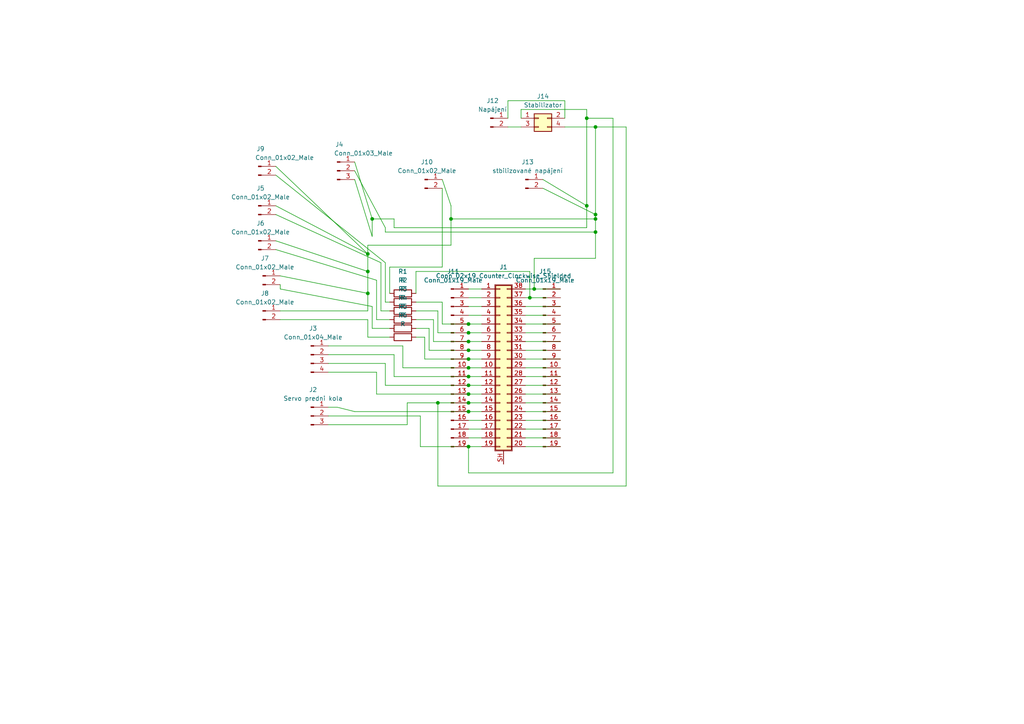
<source format=kicad_sch>
(kicad_sch (version 20211123) (generator eeschema)

  (uuid e63e39d7-6ac0-4ffd-8aa3-1841a4541b55)

  (paper "A4")

  (lib_symbols
    (symbol "Connector:Conn_01x02_Male" (pin_names (offset 1.016) hide) (in_bom yes) (on_board yes)
      (property "Reference" "J" (id 0) (at 0 2.54 0)
        (effects (font (size 1.27 1.27)))
      )
      (property "Value" "Conn_01x02_Male" (id 1) (at 0 -5.08 0)
        (effects (font (size 1.27 1.27)))
      )
      (property "Footprint" "" (id 2) (at 0 0 0)
        (effects (font (size 1.27 1.27)) hide)
      )
      (property "Datasheet" "~" (id 3) (at 0 0 0)
        (effects (font (size 1.27 1.27)) hide)
      )
      (property "ki_keywords" "connector" (id 4) (at 0 0 0)
        (effects (font (size 1.27 1.27)) hide)
      )
      (property "ki_description" "Generic connector, single row, 01x02, script generated (kicad-library-utils/schlib/autogen/connector/)" (id 5) (at 0 0 0)
        (effects (font (size 1.27 1.27)) hide)
      )
      (property "ki_fp_filters" "Connector*:*_1x??_*" (id 6) (at 0 0 0)
        (effects (font (size 1.27 1.27)) hide)
      )
      (symbol "Conn_01x02_Male_1_1"
        (polyline
          (pts
            (xy 1.27 -2.54)
            (xy 0.8636 -2.54)
          )
          (stroke (width 0.1524) (type default) (color 0 0 0 0))
          (fill (type none))
        )
        (polyline
          (pts
            (xy 1.27 0)
            (xy 0.8636 0)
          )
          (stroke (width 0.1524) (type default) (color 0 0 0 0))
          (fill (type none))
        )
        (rectangle (start 0.8636 -2.413) (end 0 -2.667)
          (stroke (width 0.1524) (type default) (color 0 0 0 0))
          (fill (type outline))
        )
        (rectangle (start 0.8636 0.127) (end 0 -0.127)
          (stroke (width 0.1524) (type default) (color 0 0 0 0))
          (fill (type outline))
        )
        (pin passive line (at 5.08 0 180) (length 3.81)
          (name "Pin_1" (effects (font (size 1.27 1.27))))
          (number "1" (effects (font (size 1.27 1.27))))
        )
        (pin passive line (at 5.08 -2.54 180) (length 3.81)
          (name "Pin_2" (effects (font (size 1.27 1.27))))
          (number "2" (effects (font (size 1.27 1.27))))
        )
      )
    )
    (symbol "Connector:Conn_01x03_Male" (pin_names (offset 1.016) hide) (in_bom yes) (on_board yes)
      (property "Reference" "J" (id 0) (at 0 5.08 0)
        (effects (font (size 1.27 1.27)))
      )
      (property "Value" "Conn_01x03_Male" (id 1) (at 0 -5.08 0)
        (effects (font (size 1.27 1.27)))
      )
      (property "Footprint" "" (id 2) (at 0 0 0)
        (effects (font (size 1.27 1.27)) hide)
      )
      (property "Datasheet" "~" (id 3) (at 0 0 0)
        (effects (font (size 1.27 1.27)) hide)
      )
      (property "ki_keywords" "connector" (id 4) (at 0 0 0)
        (effects (font (size 1.27 1.27)) hide)
      )
      (property "ki_description" "Generic connector, single row, 01x03, script generated (kicad-library-utils/schlib/autogen/connector/)" (id 5) (at 0 0 0)
        (effects (font (size 1.27 1.27)) hide)
      )
      (property "ki_fp_filters" "Connector*:*_1x??_*" (id 6) (at 0 0 0)
        (effects (font (size 1.27 1.27)) hide)
      )
      (symbol "Conn_01x03_Male_1_1"
        (polyline
          (pts
            (xy 1.27 -2.54)
            (xy 0.8636 -2.54)
          )
          (stroke (width 0.1524) (type default) (color 0 0 0 0))
          (fill (type none))
        )
        (polyline
          (pts
            (xy 1.27 0)
            (xy 0.8636 0)
          )
          (stroke (width 0.1524) (type default) (color 0 0 0 0))
          (fill (type none))
        )
        (polyline
          (pts
            (xy 1.27 2.54)
            (xy 0.8636 2.54)
          )
          (stroke (width 0.1524) (type default) (color 0 0 0 0))
          (fill (type none))
        )
        (rectangle (start 0.8636 -2.413) (end 0 -2.667)
          (stroke (width 0.1524) (type default) (color 0 0 0 0))
          (fill (type outline))
        )
        (rectangle (start 0.8636 0.127) (end 0 -0.127)
          (stroke (width 0.1524) (type default) (color 0 0 0 0))
          (fill (type outline))
        )
        (rectangle (start 0.8636 2.667) (end 0 2.413)
          (stroke (width 0.1524) (type default) (color 0 0 0 0))
          (fill (type outline))
        )
        (pin passive line (at 5.08 2.54 180) (length 3.81)
          (name "Pin_1" (effects (font (size 1.27 1.27))))
          (number "1" (effects (font (size 1.27 1.27))))
        )
        (pin passive line (at 5.08 0 180) (length 3.81)
          (name "Pin_2" (effects (font (size 1.27 1.27))))
          (number "2" (effects (font (size 1.27 1.27))))
        )
        (pin passive line (at 5.08 -2.54 180) (length 3.81)
          (name "Pin_3" (effects (font (size 1.27 1.27))))
          (number "3" (effects (font (size 1.27 1.27))))
        )
      )
    )
    (symbol "Connector:Conn_01x04_Male" (pin_names (offset 1.016) hide) (in_bom yes) (on_board yes)
      (property "Reference" "J" (id 0) (at 0 5.08 0)
        (effects (font (size 1.27 1.27)))
      )
      (property "Value" "Conn_01x04_Male" (id 1) (at 0 -7.62 0)
        (effects (font (size 1.27 1.27)))
      )
      (property "Footprint" "" (id 2) (at 0 0 0)
        (effects (font (size 1.27 1.27)) hide)
      )
      (property "Datasheet" "~" (id 3) (at 0 0 0)
        (effects (font (size 1.27 1.27)) hide)
      )
      (property "ki_keywords" "connector" (id 4) (at 0 0 0)
        (effects (font (size 1.27 1.27)) hide)
      )
      (property "ki_description" "Generic connector, single row, 01x04, script generated (kicad-library-utils/schlib/autogen/connector/)" (id 5) (at 0 0 0)
        (effects (font (size 1.27 1.27)) hide)
      )
      (property "ki_fp_filters" "Connector*:*_1x??_*" (id 6) (at 0 0 0)
        (effects (font (size 1.27 1.27)) hide)
      )
      (symbol "Conn_01x04_Male_1_1"
        (polyline
          (pts
            (xy 1.27 -5.08)
            (xy 0.8636 -5.08)
          )
          (stroke (width 0.1524) (type default) (color 0 0 0 0))
          (fill (type none))
        )
        (polyline
          (pts
            (xy 1.27 -2.54)
            (xy 0.8636 -2.54)
          )
          (stroke (width 0.1524) (type default) (color 0 0 0 0))
          (fill (type none))
        )
        (polyline
          (pts
            (xy 1.27 0)
            (xy 0.8636 0)
          )
          (stroke (width 0.1524) (type default) (color 0 0 0 0))
          (fill (type none))
        )
        (polyline
          (pts
            (xy 1.27 2.54)
            (xy 0.8636 2.54)
          )
          (stroke (width 0.1524) (type default) (color 0 0 0 0))
          (fill (type none))
        )
        (rectangle (start 0.8636 -4.953) (end 0 -5.207)
          (stroke (width 0.1524) (type default) (color 0 0 0 0))
          (fill (type outline))
        )
        (rectangle (start 0.8636 -2.413) (end 0 -2.667)
          (stroke (width 0.1524) (type default) (color 0 0 0 0))
          (fill (type outline))
        )
        (rectangle (start 0.8636 0.127) (end 0 -0.127)
          (stroke (width 0.1524) (type default) (color 0 0 0 0))
          (fill (type outline))
        )
        (rectangle (start 0.8636 2.667) (end 0 2.413)
          (stroke (width 0.1524) (type default) (color 0 0 0 0))
          (fill (type outline))
        )
        (pin passive line (at 5.08 2.54 180) (length 3.81)
          (name "Pin_1" (effects (font (size 1.27 1.27))))
          (number "1" (effects (font (size 1.27 1.27))))
        )
        (pin passive line (at 5.08 0 180) (length 3.81)
          (name "Pin_2" (effects (font (size 1.27 1.27))))
          (number "2" (effects (font (size 1.27 1.27))))
        )
        (pin passive line (at 5.08 -2.54 180) (length 3.81)
          (name "Pin_3" (effects (font (size 1.27 1.27))))
          (number "3" (effects (font (size 1.27 1.27))))
        )
        (pin passive line (at 5.08 -5.08 180) (length 3.81)
          (name "Pin_4" (effects (font (size 1.27 1.27))))
          (number "4" (effects (font (size 1.27 1.27))))
        )
      )
    )
    (symbol "Connector:Conn_01x19_Male" (pin_names (offset 1.016) hide) (in_bom yes) (on_board yes)
      (property "Reference" "J" (id 0) (at 0 25.4 0)
        (effects (font (size 1.27 1.27)))
      )
      (property "Value" "Conn_01x19_Male" (id 1) (at 0 -25.4 0)
        (effects (font (size 1.27 1.27)))
      )
      (property "Footprint" "" (id 2) (at 0 0 0)
        (effects (font (size 1.27 1.27)) hide)
      )
      (property "Datasheet" "~" (id 3) (at 0 0 0)
        (effects (font (size 1.27 1.27)) hide)
      )
      (property "ki_keywords" "connector" (id 4) (at 0 0 0)
        (effects (font (size 1.27 1.27)) hide)
      )
      (property "ki_description" "Generic connector, single row, 01x19, script generated (kicad-library-utils/schlib/autogen/connector/)" (id 5) (at 0 0 0)
        (effects (font (size 1.27 1.27)) hide)
      )
      (property "ki_fp_filters" "Connector*:*_1x??_*" (id 6) (at 0 0 0)
        (effects (font (size 1.27 1.27)) hide)
      )
      (symbol "Conn_01x19_Male_1_1"
        (polyline
          (pts
            (xy 1.27 -22.86)
            (xy 0.8636 -22.86)
          )
          (stroke (width 0.1524) (type default) (color 0 0 0 0))
          (fill (type none))
        )
        (polyline
          (pts
            (xy 1.27 -20.32)
            (xy 0.8636 -20.32)
          )
          (stroke (width 0.1524) (type default) (color 0 0 0 0))
          (fill (type none))
        )
        (polyline
          (pts
            (xy 1.27 -17.78)
            (xy 0.8636 -17.78)
          )
          (stroke (width 0.1524) (type default) (color 0 0 0 0))
          (fill (type none))
        )
        (polyline
          (pts
            (xy 1.27 -15.24)
            (xy 0.8636 -15.24)
          )
          (stroke (width 0.1524) (type default) (color 0 0 0 0))
          (fill (type none))
        )
        (polyline
          (pts
            (xy 1.27 -12.7)
            (xy 0.8636 -12.7)
          )
          (stroke (width 0.1524) (type default) (color 0 0 0 0))
          (fill (type none))
        )
        (polyline
          (pts
            (xy 1.27 -10.16)
            (xy 0.8636 -10.16)
          )
          (stroke (width 0.1524) (type default) (color 0 0 0 0))
          (fill (type none))
        )
        (polyline
          (pts
            (xy 1.27 -7.62)
            (xy 0.8636 -7.62)
          )
          (stroke (width 0.1524) (type default) (color 0 0 0 0))
          (fill (type none))
        )
        (polyline
          (pts
            (xy 1.27 -5.08)
            (xy 0.8636 -5.08)
          )
          (stroke (width 0.1524) (type default) (color 0 0 0 0))
          (fill (type none))
        )
        (polyline
          (pts
            (xy 1.27 -2.54)
            (xy 0.8636 -2.54)
          )
          (stroke (width 0.1524) (type default) (color 0 0 0 0))
          (fill (type none))
        )
        (polyline
          (pts
            (xy 1.27 0)
            (xy 0.8636 0)
          )
          (stroke (width 0.1524) (type default) (color 0 0 0 0))
          (fill (type none))
        )
        (polyline
          (pts
            (xy 1.27 2.54)
            (xy 0.8636 2.54)
          )
          (stroke (width 0.1524) (type default) (color 0 0 0 0))
          (fill (type none))
        )
        (polyline
          (pts
            (xy 1.27 5.08)
            (xy 0.8636 5.08)
          )
          (stroke (width 0.1524) (type default) (color 0 0 0 0))
          (fill (type none))
        )
        (polyline
          (pts
            (xy 1.27 7.62)
            (xy 0.8636 7.62)
          )
          (stroke (width 0.1524) (type default) (color 0 0 0 0))
          (fill (type none))
        )
        (polyline
          (pts
            (xy 1.27 10.16)
            (xy 0.8636 10.16)
          )
          (stroke (width 0.1524) (type default) (color 0 0 0 0))
          (fill (type none))
        )
        (polyline
          (pts
            (xy 1.27 12.7)
            (xy 0.8636 12.7)
          )
          (stroke (width 0.1524) (type default) (color 0 0 0 0))
          (fill (type none))
        )
        (polyline
          (pts
            (xy 1.27 15.24)
            (xy 0.8636 15.24)
          )
          (stroke (width 0.1524) (type default) (color 0 0 0 0))
          (fill (type none))
        )
        (polyline
          (pts
            (xy 1.27 17.78)
            (xy 0.8636 17.78)
          )
          (stroke (width 0.1524) (type default) (color 0 0 0 0))
          (fill (type none))
        )
        (polyline
          (pts
            (xy 1.27 20.32)
            (xy 0.8636 20.32)
          )
          (stroke (width 0.1524) (type default) (color 0 0 0 0))
          (fill (type none))
        )
        (polyline
          (pts
            (xy 1.27 22.86)
            (xy 0.8636 22.86)
          )
          (stroke (width 0.1524) (type default) (color 0 0 0 0))
          (fill (type none))
        )
        (rectangle (start 0.8636 -22.733) (end 0 -22.987)
          (stroke (width 0.1524) (type default) (color 0 0 0 0))
          (fill (type outline))
        )
        (rectangle (start 0.8636 -20.193) (end 0 -20.447)
          (stroke (width 0.1524) (type default) (color 0 0 0 0))
          (fill (type outline))
        )
        (rectangle (start 0.8636 -17.653) (end 0 -17.907)
          (stroke (width 0.1524) (type default) (color 0 0 0 0))
          (fill (type outline))
        )
        (rectangle (start 0.8636 -15.113) (end 0 -15.367)
          (stroke (width 0.1524) (type default) (color 0 0 0 0))
          (fill (type outline))
        )
        (rectangle (start 0.8636 -12.573) (end 0 -12.827)
          (stroke (width 0.1524) (type default) (color 0 0 0 0))
          (fill (type outline))
        )
        (rectangle (start 0.8636 -10.033) (end 0 -10.287)
          (stroke (width 0.1524) (type default) (color 0 0 0 0))
          (fill (type outline))
        )
        (rectangle (start 0.8636 -7.493) (end 0 -7.747)
          (stroke (width 0.1524) (type default) (color 0 0 0 0))
          (fill (type outline))
        )
        (rectangle (start 0.8636 -4.953) (end 0 -5.207)
          (stroke (width 0.1524) (type default) (color 0 0 0 0))
          (fill (type outline))
        )
        (rectangle (start 0.8636 -2.413) (end 0 -2.667)
          (stroke (width 0.1524) (type default) (color 0 0 0 0))
          (fill (type outline))
        )
        (rectangle (start 0.8636 0.127) (end 0 -0.127)
          (stroke (width 0.1524) (type default) (color 0 0 0 0))
          (fill (type outline))
        )
        (rectangle (start 0.8636 2.667) (end 0 2.413)
          (stroke (width 0.1524) (type default) (color 0 0 0 0))
          (fill (type outline))
        )
        (rectangle (start 0.8636 5.207) (end 0 4.953)
          (stroke (width 0.1524) (type default) (color 0 0 0 0))
          (fill (type outline))
        )
        (rectangle (start 0.8636 7.747) (end 0 7.493)
          (stroke (width 0.1524) (type default) (color 0 0 0 0))
          (fill (type outline))
        )
        (rectangle (start 0.8636 10.287) (end 0 10.033)
          (stroke (width 0.1524) (type default) (color 0 0 0 0))
          (fill (type outline))
        )
        (rectangle (start 0.8636 12.827) (end 0 12.573)
          (stroke (width 0.1524) (type default) (color 0 0 0 0))
          (fill (type outline))
        )
        (rectangle (start 0.8636 15.367) (end 0 15.113)
          (stroke (width 0.1524) (type default) (color 0 0 0 0))
          (fill (type outline))
        )
        (rectangle (start 0.8636 17.907) (end 0 17.653)
          (stroke (width 0.1524) (type default) (color 0 0 0 0))
          (fill (type outline))
        )
        (rectangle (start 0.8636 20.447) (end 0 20.193)
          (stroke (width 0.1524) (type default) (color 0 0 0 0))
          (fill (type outline))
        )
        (rectangle (start 0.8636 22.987) (end 0 22.733)
          (stroke (width 0.1524) (type default) (color 0 0 0 0))
          (fill (type outline))
        )
        (pin passive line (at 5.08 22.86 180) (length 3.81)
          (name "Pin_1" (effects (font (size 1.27 1.27))))
          (number "1" (effects (font (size 1.27 1.27))))
        )
        (pin passive line (at 5.08 0 180) (length 3.81)
          (name "Pin_10" (effects (font (size 1.27 1.27))))
          (number "10" (effects (font (size 1.27 1.27))))
        )
        (pin passive line (at 5.08 -2.54 180) (length 3.81)
          (name "Pin_11" (effects (font (size 1.27 1.27))))
          (number "11" (effects (font (size 1.27 1.27))))
        )
        (pin passive line (at 5.08 -5.08 180) (length 3.81)
          (name "Pin_12" (effects (font (size 1.27 1.27))))
          (number "12" (effects (font (size 1.27 1.27))))
        )
        (pin passive line (at 5.08 -7.62 180) (length 3.81)
          (name "Pin_13" (effects (font (size 1.27 1.27))))
          (number "13" (effects (font (size 1.27 1.27))))
        )
        (pin passive line (at 5.08 -10.16 180) (length 3.81)
          (name "Pin_14" (effects (font (size 1.27 1.27))))
          (number "14" (effects (font (size 1.27 1.27))))
        )
        (pin passive line (at 5.08 -12.7 180) (length 3.81)
          (name "Pin_15" (effects (font (size 1.27 1.27))))
          (number "15" (effects (font (size 1.27 1.27))))
        )
        (pin passive line (at 5.08 -15.24 180) (length 3.81)
          (name "Pin_16" (effects (font (size 1.27 1.27))))
          (number "16" (effects (font (size 1.27 1.27))))
        )
        (pin passive line (at 5.08 -17.78 180) (length 3.81)
          (name "Pin_17" (effects (font (size 1.27 1.27))))
          (number "17" (effects (font (size 1.27 1.27))))
        )
        (pin passive line (at 5.08 -20.32 180) (length 3.81)
          (name "Pin_18" (effects (font (size 1.27 1.27))))
          (number "18" (effects (font (size 1.27 1.27))))
        )
        (pin passive line (at 5.08 -22.86 180) (length 3.81)
          (name "Pin_19" (effects (font (size 1.27 1.27))))
          (number "19" (effects (font (size 1.27 1.27))))
        )
        (pin passive line (at 5.08 20.32 180) (length 3.81)
          (name "Pin_2" (effects (font (size 1.27 1.27))))
          (number "2" (effects (font (size 1.27 1.27))))
        )
        (pin passive line (at 5.08 17.78 180) (length 3.81)
          (name "Pin_3" (effects (font (size 1.27 1.27))))
          (number "3" (effects (font (size 1.27 1.27))))
        )
        (pin passive line (at 5.08 15.24 180) (length 3.81)
          (name "Pin_4" (effects (font (size 1.27 1.27))))
          (number "4" (effects (font (size 1.27 1.27))))
        )
        (pin passive line (at 5.08 12.7 180) (length 3.81)
          (name "Pin_5" (effects (font (size 1.27 1.27))))
          (number "5" (effects (font (size 1.27 1.27))))
        )
        (pin passive line (at 5.08 10.16 180) (length 3.81)
          (name "Pin_6" (effects (font (size 1.27 1.27))))
          (number "6" (effects (font (size 1.27 1.27))))
        )
        (pin passive line (at 5.08 7.62 180) (length 3.81)
          (name "Pin_7" (effects (font (size 1.27 1.27))))
          (number "7" (effects (font (size 1.27 1.27))))
        )
        (pin passive line (at 5.08 5.08 180) (length 3.81)
          (name "Pin_8" (effects (font (size 1.27 1.27))))
          (number "8" (effects (font (size 1.27 1.27))))
        )
        (pin passive line (at 5.08 2.54 180) (length 3.81)
          (name "Pin_9" (effects (font (size 1.27 1.27))))
          (number "9" (effects (font (size 1.27 1.27))))
        )
      )
    )
    (symbol "Connector_Generic:Conn_02x02_Odd_Even" (pin_names (offset 1.016) hide) (in_bom yes) (on_board yes)
      (property "Reference" "J" (id 0) (at 1.27 2.54 0)
        (effects (font (size 1.27 1.27)))
      )
      (property "Value" "Conn_02x02_Odd_Even" (id 1) (at 1.27 -5.08 0)
        (effects (font (size 1.27 1.27)))
      )
      (property "Footprint" "" (id 2) (at 0 0 0)
        (effects (font (size 1.27 1.27)) hide)
      )
      (property "Datasheet" "~" (id 3) (at 0 0 0)
        (effects (font (size 1.27 1.27)) hide)
      )
      (property "ki_keywords" "connector" (id 4) (at 0 0 0)
        (effects (font (size 1.27 1.27)) hide)
      )
      (property "ki_description" "Generic connector, double row, 02x02, odd/even pin numbering scheme (row 1 odd numbers, row 2 even numbers), script generated (kicad-library-utils/schlib/autogen/connector/)" (id 5) (at 0 0 0)
        (effects (font (size 1.27 1.27)) hide)
      )
      (property "ki_fp_filters" "Connector*:*_2x??_*" (id 6) (at 0 0 0)
        (effects (font (size 1.27 1.27)) hide)
      )
      (symbol "Conn_02x02_Odd_Even_1_1"
        (rectangle (start -1.27 -2.413) (end 0 -2.667)
          (stroke (width 0.1524) (type default) (color 0 0 0 0))
          (fill (type none))
        )
        (rectangle (start -1.27 0.127) (end 0 -0.127)
          (stroke (width 0.1524) (type default) (color 0 0 0 0))
          (fill (type none))
        )
        (rectangle (start -1.27 1.27) (end 3.81 -3.81)
          (stroke (width 0.254) (type default) (color 0 0 0 0))
          (fill (type background))
        )
        (rectangle (start 3.81 -2.413) (end 2.54 -2.667)
          (stroke (width 0.1524) (type default) (color 0 0 0 0))
          (fill (type none))
        )
        (rectangle (start 3.81 0.127) (end 2.54 -0.127)
          (stroke (width 0.1524) (type default) (color 0 0 0 0))
          (fill (type none))
        )
        (pin passive line (at -5.08 0 0) (length 3.81)
          (name "Pin_1" (effects (font (size 1.27 1.27))))
          (number "1" (effects (font (size 1.27 1.27))))
        )
        (pin passive line (at 7.62 0 180) (length 3.81)
          (name "Pin_2" (effects (font (size 1.27 1.27))))
          (number "2" (effects (font (size 1.27 1.27))))
        )
        (pin passive line (at -5.08 -2.54 0) (length 3.81)
          (name "Pin_3" (effects (font (size 1.27 1.27))))
          (number "3" (effects (font (size 1.27 1.27))))
        )
        (pin passive line (at 7.62 -2.54 180) (length 3.81)
          (name "Pin_4" (effects (font (size 1.27 1.27))))
          (number "4" (effects (font (size 1.27 1.27))))
        )
      )
    )
    (symbol "Connector_Generic_Shielded:Conn_02x19_Counter_Clockwise_Shielded" (pin_names (offset 1.016) hide) (in_bom yes) (on_board yes)
      (property "Reference" "J" (id 0) (at 1.524 25.146 0)
        (effects (font (size 1.27 1.27)))
      )
      (property "Value" "Conn_02x19_Counter_Clockwise_Shielded" (id 1) (at 2.286 -25.146 0)
        (effects (font (size 1.27 1.27)) (justify left))
      )
      (property "Footprint" "" (id 2) (at 0 0 0)
        (effects (font (size 1.27 1.27)) hide)
      )
      (property "Datasheet" "~" (id 3) (at 0 0 0)
        (effects (font (size 1.27 1.27)) hide)
      )
      (property "ki_keywords" "connector" (id 4) (at 0 0 0)
        (effects (font (size 1.27 1.27)) hide)
      )
      (property "ki_description" "Generic shielded connector, double row, 02x19, counter clockwise pin numbering scheme (similar to DIP packge numbering), script generated (kicad-library-utils/schlib/autogen/connector/)" (id 5) (at 0 0 0)
        (effects (font (size 1.27 1.27)) hide)
      )
      (property "ki_fp_filters" "Connector*:*_2x??-1SH*" (id 6) (at 0 0 0)
        (effects (font (size 1.27 1.27)) hide)
      )
      (symbol "Conn_02x19_Counter_Clockwise_Shielded_1_1"
        (rectangle (start -1.27 24.13) (end 3.81 -24.13)
          (stroke (width 0.1524) (type default) (color 0 0 0 0))
          (fill (type none))
        )
        (rectangle (start -1.016 -22.733) (end 0.254 -22.987)
          (stroke (width 0.1524) (type default) (color 0 0 0 0))
          (fill (type none))
        )
        (rectangle (start -1.016 -20.193) (end 0.254 -20.447)
          (stroke (width 0.1524) (type default) (color 0 0 0 0))
          (fill (type none))
        )
        (rectangle (start -1.016 -17.653) (end 0.254 -17.907)
          (stroke (width 0.1524) (type default) (color 0 0 0 0))
          (fill (type none))
        )
        (rectangle (start -1.016 -15.113) (end 0.254 -15.367)
          (stroke (width 0.1524) (type default) (color 0 0 0 0))
          (fill (type none))
        )
        (rectangle (start -1.016 -12.573) (end 0.254 -12.827)
          (stroke (width 0.1524) (type default) (color 0 0 0 0))
          (fill (type none))
        )
        (rectangle (start -1.016 -10.033) (end 0.254 -10.287)
          (stroke (width 0.1524) (type default) (color 0 0 0 0))
          (fill (type none))
        )
        (rectangle (start -1.016 -7.493) (end 0.254 -7.747)
          (stroke (width 0.1524) (type default) (color 0 0 0 0))
          (fill (type none))
        )
        (rectangle (start -1.016 -4.953) (end 0.254 -5.207)
          (stroke (width 0.1524) (type default) (color 0 0 0 0))
          (fill (type none))
        )
        (rectangle (start -1.016 -2.413) (end 0.254 -2.667)
          (stroke (width 0.1524) (type default) (color 0 0 0 0))
          (fill (type none))
        )
        (rectangle (start -1.016 0.127) (end 0.254 -0.127)
          (stroke (width 0.1524) (type default) (color 0 0 0 0))
          (fill (type none))
        )
        (rectangle (start -1.016 2.667) (end 0.254 2.413)
          (stroke (width 0.1524) (type default) (color 0 0 0 0))
          (fill (type none))
        )
        (rectangle (start -1.016 5.207) (end 0.254 4.953)
          (stroke (width 0.1524) (type default) (color 0 0 0 0))
          (fill (type none))
        )
        (rectangle (start -1.016 7.747) (end 0.254 7.493)
          (stroke (width 0.1524) (type default) (color 0 0 0 0))
          (fill (type none))
        )
        (rectangle (start -1.016 10.287) (end 0.254 10.033)
          (stroke (width 0.1524) (type default) (color 0 0 0 0))
          (fill (type none))
        )
        (rectangle (start -1.016 12.827) (end 0.254 12.573)
          (stroke (width 0.1524) (type default) (color 0 0 0 0))
          (fill (type none))
        )
        (rectangle (start -1.016 15.367) (end 0.254 15.113)
          (stroke (width 0.1524) (type default) (color 0 0 0 0))
          (fill (type none))
        )
        (rectangle (start -1.016 17.907) (end 0.254 17.653)
          (stroke (width 0.1524) (type default) (color 0 0 0 0))
          (fill (type none))
        )
        (rectangle (start -1.016 20.447) (end 0.254 20.193)
          (stroke (width 0.1524) (type default) (color 0 0 0 0))
          (fill (type none))
        )
        (rectangle (start -1.016 22.987) (end 0.254 22.733)
          (stroke (width 0.1524) (type default) (color 0 0 0 0))
          (fill (type none))
        )
        (rectangle (start -1.016 23.876) (end 3.556 -23.876)
          (stroke (width 0.254) (type default) (color 0 0 0 0))
          (fill (type background))
        )
        (rectangle (start 3.556 -22.733) (end 2.286 -22.987)
          (stroke (width 0.1524) (type default) (color 0 0 0 0))
          (fill (type none))
        )
        (rectangle (start 3.556 -20.193) (end 2.286 -20.447)
          (stroke (width 0.1524) (type default) (color 0 0 0 0))
          (fill (type none))
        )
        (rectangle (start 3.556 -17.653) (end 2.286 -17.907)
          (stroke (width 0.1524) (type default) (color 0 0 0 0))
          (fill (type none))
        )
        (rectangle (start 3.556 -15.113) (end 2.286 -15.367)
          (stroke (width 0.1524) (type default) (color 0 0 0 0))
          (fill (type none))
        )
        (rectangle (start 3.556 -12.573) (end 2.286 -12.827)
          (stroke (width 0.1524) (type default) (color 0 0 0 0))
          (fill (type none))
        )
        (rectangle (start 3.556 -10.033) (end 2.286 -10.287)
          (stroke (width 0.1524) (type default) (color 0 0 0 0))
          (fill (type none))
        )
        (rectangle (start 3.556 -7.493) (end 2.286 -7.747)
          (stroke (width 0.1524) (type default) (color 0 0 0 0))
          (fill (type none))
        )
        (rectangle (start 3.556 -4.953) (end 2.286 -5.207)
          (stroke (width 0.1524) (type default) (color 0 0 0 0))
          (fill (type none))
        )
        (rectangle (start 3.556 -2.413) (end 2.286 -2.667)
          (stroke (width 0.1524) (type default) (color 0 0 0 0))
          (fill (type none))
        )
        (rectangle (start 3.556 0.127) (end 2.286 -0.127)
          (stroke (width 0.1524) (type default) (color 0 0 0 0))
          (fill (type none))
        )
        (rectangle (start 3.556 2.667) (end 2.286 2.413)
          (stroke (width 0.1524) (type default) (color 0 0 0 0))
          (fill (type none))
        )
        (rectangle (start 3.556 5.207) (end 2.286 4.953)
          (stroke (width 0.1524) (type default) (color 0 0 0 0))
          (fill (type none))
        )
        (rectangle (start 3.556 7.747) (end 2.286 7.493)
          (stroke (width 0.1524) (type default) (color 0 0 0 0))
          (fill (type none))
        )
        (rectangle (start 3.556 10.287) (end 2.286 10.033)
          (stroke (width 0.1524) (type default) (color 0 0 0 0))
          (fill (type none))
        )
        (rectangle (start 3.556 12.827) (end 2.286 12.573)
          (stroke (width 0.1524) (type default) (color 0 0 0 0))
          (fill (type none))
        )
        (rectangle (start 3.556 15.367) (end 2.286 15.113)
          (stroke (width 0.1524) (type default) (color 0 0 0 0))
          (fill (type none))
        )
        (rectangle (start 3.556 17.907) (end 2.286 17.653)
          (stroke (width 0.1524) (type default) (color 0 0 0 0))
          (fill (type none))
        )
        (rectangle (start 3.556 20.447) (end 2.286 20.193)
          (stroke (width 0.1524) (type default) (color 0 0 0 0))
          (fill (type none))
        )
        (rectangle (start 3.556 22.987) (end 2.286 22.733)
          (stroke (width 0.1524) (type default) (color 0 0 0 0))
          (fill (type none))
        )
        (pin passive line (at -5.08 22.86 0) (length 4.064)
          (name "Pin_1" (effects (font (size 1.27 1.27))))
          (number "1" (effects (font (size 1.27 1.27))))
        )
        (pin passive line (at -5.08 0 0) (length 4.064)
          (name "Pin_10" (effects (font (size 1.27 1.27))))
          (number "10" (effects (font (size 1.27 1.27))))
        )
        (pin passive line (at -5.08 -2.54 0) (length 4.064)
          (name "Pin_11" (effects (font (size 1.27 1.27))))
          (number "11" (effects (font (size 1.27 1.27))))
        )
        (pin passive line (at -5.08 -5.08 0) (length 4.064)
          (name "Pin_12" (effects (font (size 1.27 1.27))))
          (number "12" (effects (font (size 1.27 1.27))))
        )
        (pin passive line (at -5.08 -7.62 0) (length 4.064)
          (name "Pin_13" (effects (font (size 1.27 1.27))))
          (number "13" (effects (font (size 1.27 1.27))))
        )
        (pin passive line (at -5.08 -10.16 0) (length 4.064)
          (name "Pin_14" (effects (font (size 1.27 1.27))))
          (number "14" (effects (font (size 1.27 1.27))))
        )
        (pin passive line (at -5.08 -12.7 0) (length 4.064)
          (name "Pin_15" (effects (font (size 1.27 1.27))))
          (number "15" (effects (font (size 1.27 1.27))))
        )
        (pin passive line (at -5.08 -15.24 0) (length 4.064)
          (name "Pin_16" (effects (font (size 1.27 1.27))))
          (number "16" (effects (font (size 1.27 1.27))))
        )
        (pin passive line (at -5.08 -17.78 0) (length 4.064)
          (name "Pin_17" (effects (font (size 1.27 1.27))))
          (number "17" (effects (font (size 1.27 1.27))))
        )
        (pin passive line (at -5.08 -20.32 0) (length 4.064)
          (name "Pin_18" (effects (font (size 1.27 1.27))))
          (number "18" (effects (font (size 1.27 1.27))))
        )
        (pin passive line (at -5.08 -22.86 0) (length 4.064)
          (name "Pin_19" (effects (font (size 1.27 1.27))))
          (number "19" (effects (font (size 1.27 1.27))))
        )
        (pin passive line (at -5.08 20.32 0) (length 4.064)
          (name "Pin_2" (effects (font (size 1.27 1.27))))
          (number "2" (effects (font (size 1.27 1.27))))
        )
        (pin passive line (at 7.62 -22.86 180) (length 4.064)
          (name "Pin_20" (effects (font (size 1.27 1.27))))
          (number "20" (effects (font (size 1.27 1.27))))
        )
        (pin passive line (at 7.62 -20.32 180) (length 4.064)
          (name "Pin_21" (effects (font (size 1.27 1.27))))
          (number "21" (effects (font (size 1.27 1.27))))
        )
        (pin passive line (at 7.62 -17.78 180) (length 4.064)
          (name "Pin_22" (effects (font (size 1.27 1.27))))
          (number "22" (effects (font (size 1.27 1.27))))
        )
        (pin passive line (at 7.62 -15.24 180) (length 4.064)
          (name "Pin_23" (effects (font (size 1.27 1.27))))
          (number "23" (effects (font (size 1.27 1.27))))
        )
        (pin passive line (at 7.62 -12.7 180) (length 4.064)
          (name "Pin_24" (effects (font (size 1.27 1.27))))
          (number "24" (effects (font (size 1.27 1.27))))
        )
        (pin passive line (at 7.62 -10.16 180) (length 4.064)
          (name "Pin_25" (effects (font (size 1.27 1.27))))
          (number "25" (effects (font (size 1.27 1.27))))
        )
        (pin passive line (at 7.62 -7.62 180) (length 4.064)
          (name "Pin_26" (effects (font (size 1.27 1.27))))
          (number "26" (effects (font (size 1.27 1.27))))
        )
        (pin passive line (at 7.62 -5.08 180) (length 4.064)
          (name "Pin_27" (effects (font (size 1.27 1.27))))
          (number "27" (effects (font (size 1.27 1.27))))
        )
        (pin passive line (at 7.62 -2.54 180) (length 4.064)
          (name "Pin_28" (effects (font (size 1.27 1.27))))
          (number "28" (effects (font (size 1.27 1.27))))
        )
        (pin passive line (at 7.62 0 180) (length 4.064)
          (name "Pin_29" (effects (font (size 1.27 1.27))))
          (number "29" (effects (font (size 1.27 1.27))))
        )
        (pin passive line (at -5.08 17.78 0) (length 4.064)
          (name "Pin_3" (effects (font (size 1.27 1.27))))
          (number "3" (effects (font (size 1.27 1.27))))
        )
        (pin passive line (at 7.62 2.54 180) (length 4.064)
          (name "Pin_30" (effects (font (size 1.27 1.27))))
          (number "30" (effects (font (size 1.27 1.27))))
        )
        (pin passive line (at 7.62 5.08 180) (length 4.064)
          (name "Pin_31" (effects (font (size 1.27 1.27))))
          (number "31" (effects (font (size 1.27 1.27))))
        )
        (pin passive line (at 7.62 7.62 180) (length 4.064)
          (name "Pin_32" (effects (font (size 1.27 1.27))))
          (number "32" (effects (font (size 1.27 1.27))))
        )
        (pin passive line (at 7.62 10.16 180) (length 4.064)
          (name "Pin_33" (effects (font (size 1.27 1.27))))
          (number "33" (effects (font (size 1.27 1.27))))
        )
        (pin passive line (at 7.62 12.7 180) (length 4.064)
          (name "Pin_34" (effects (font (size 1.27 1.27))))
          (number "34" (effects (font (size 1.27 1.27))))
        )
        (pin passive line (at 7.62 15.24 180) (length 4.064)
          (name "Pin_35" (effects (font (size 1.27 1.27))))
          (number "35" (effects (font (size 1.27 1.27))))
        )
        (pin passive line (at 7.62 17.78 180) (length 4.064)
          (name "Pin_36" (effects (font (size 1.27 1.27))))
          (number "36" (effects (font (size 1.27 1.27))))
        )
        (pin passive line (at 7.62 20.32 180) (length 4.064)
          (name "Pin_37" (effects (font (size 1.27 1.27))))
          (number "37" (effects (font (size 1.27 1.27))))
        )
        (pin passive line (at 7.62 22.86 180) (length 4.064)
          (name "Pin_38" (effects (font (size 1.27 1.27))))
          (number "38" (effects (font (size 1.27 1.27))))
        )
        (pin passive line (at -5.08 15.24 0) (length 4.064)
          (name "Pin_4" (effects (font (size 1.27 1.27))))
          (number "4" (effects (font (size 1.27 1.27))))
        )
        (pin passive line (at -5.08 12.7 0) (length 4.064)
          (name "Pin_5" (effects (font (size 1.27 1.27))))
          (number "5" (effects (font (size 1.27 1.27))))
        )
        (pin passive line (at -5.08 10.16 0) (length 4.064)
          (name "Pin_6" (effects (font (size 1.27 1.27))))
          (number "6" (effects (font (size 1.27 1.27))))
        )
        (pin passive line (at -5.08 7.62 0) (length 4.064)
          (name "Pin_7" (effects (font (size 1.27 1.27))))
          (number "7" (effects (font (size 1.27 1.27))))
        )
        (pin passive line (at -5.08 5.08 0) (length 4.064)
          (name "Pin_8" (effects (font (size 1.27 1.27))))
          (number "8" (effects (font (size 1.27 1.27))))
        )
        (pin passive line (at -5.08 2.54 0) (length 4.064)
          (name "Pin_9" (effects (font (size 1.27 1.27))))
          (number "9" (effects (font (size 1.27 1.27))))
        )
        (pin passive line (at 1.27 -27.94 90) (length 3.81)
          (name "Shield" (effects (font (size 1.27 1.27))))
          (number "SH" (effects (font (size 1.27 1.27))))
        )
      )
    )
    (symbol "Device:R" (pin_numbers hide) (pin_names (offset 0)) (in_bom yes) (on_board yes)
      (property "Reference" "R" (id 0) (at 2.032 0 90)
        (effects (font (size 1.27 1.27)))
      )
      (property "Value" "R" (id 1) (at 0 0 90)
        (effects (font (size 1.27 1.27)))
      )
      (property "Footprint" "" (id 2) (at -1.778 0 90)
        (effects (font (size 1.27 1.27)) hide)
      )
      (property "Datasheet" "~" (id 3) (at 0 0 0)
        (effects (font (size 1.27 1.27)) hide)
      )
      (property "ki_keywords" "R res resistor" (id 4) (at 0 0 0)
        (effects (font (size 1.27 1.27)) hide)
      )
      (property "ki_description" "Resistor" (id 5) (at 0 0 0)
        (effects (font (size 1.27 1.27)) hide)
      )
      (property "ki_fp_filters" "R_*" (id 6) (at 0 0 0)
        (effects (font (size 1.27 1.27)) hide)
      )
      (symbol "R_0_1"
        (rectangle (start -1.016 -2.54) (end 1.016 2.54)
          (stroke (width 0.254) (type default) (color 0 0 0 0))
          (fill (type none))
        )
      )
      (symbol "R_1_1"
        (pin passive line (at 0 3.81 270) (length 1.27)
          (name "~" (effects (font (size 1.27 1.27))))
          (number "1" (effects (font (size 1.27 1.27))))
        )
        (pin passive line (at 0 -3.81 90) (length 1.27)
          (name "~" (effects (font (size 1.27 1.27))))
          (number "2" (effects (font (size 1.27 1.27))))
        )
      )
    )
  )

  (junction (at 106.68 78.74) (diameter 0) (color 0 0 0 0)
    (uuid 07ad508b-e08b-4ab7-989a-621a4626ae6f)
  )
  (junction (at 135.89 106.68) (diameter 0) (color 0 0 0 0)
    (uuid 137f7670-5187-4926-b448-da05d3afdec1)
  )
  (junction (at 106.68 73.66) (diameter 0) (color 0 0 0 0)
    (uuid 170891d6-87fb-481f-9522-60701cc44a9a)
  )
  (junction (at 154.94 83.82) (diameter 0) (color 0 0 0 0)
    (uuid 181afa76-733d-4d6c-a503-7282d785043a)
  )
  (junction (at 135.89 109.22) (diameter 0) (color 0 0 0 0)
    (uuid 1e761417-9159-4e1a-ac08-98041ea1510f)
  )
  (junction (at 172.72 63.5) (diameter 0) (color 0 0 0 0)
    (uuid 24271cb0-ee13-4943-875d-d07707183544)
  )
  (junction (at 135.89 104.14) (diameter 0) (color 0 0 0 0)
    (uuid 2cfc4646-14f2-4b36-a72c-c407202ada77)
  )
  (junction (at 135.89 111.76) (diameter 0) (color 0 0 0 0)
    (uuid 3071f588-49a9-4584-964b-44cc45bd434f)
  )
  (junction (at 106.68 85.09) (diameter 0) (color 0 0 0 0)
    (uuid 4cb41f27-c0f5-4432-aa4b-0e57b9aa7033)
  )
  (junction (at 172.72 36.83) (diameter 0) (color 0 0 0 0)
    (uuid 5d3aa5f5-2f70-48cc-bc11-ab938f48a322)
  )
  (junction (at 127 116.84) (diameter 0) (color 0 0 0 0)
    (uuid 5de8d4ef-78e4-490d-9e31-40ec1cfc6594)
  )
  (junction (at 135.89 99.06) (diameter 0) (color 0 0 0 0)
    (uuid 665e2d37-f357-4354-9df4-8ba83955b4b5)
  )
  (junction (at 135.89 119.38) (diameter 0) (color 0 0 0 0)
    (uuid 6e3ded90-2e82-4d10-b753-880427d40fe1)
  )
  (junction (at 135.89 96.52) (diameter 0) (color 0 0 0 0)
    (uuid 6eaaf4b6-03b0-4399-a4db-505409de8f56)
  )
  (junction (at 135.89 129.54) (diameter 0) (color 0 0 0 0)
    (uuid 75d3f8c1-969c-44d9-aba4-b1ba6dae2901)
  )
  (junction (at 170.18 59.69) (diameter 0) (color 0 0 0 0)
    (uuid 8b19c1d3-9a78-4e3a-90b2-4dc455c9cbba)
  )
  (junction (at 172.72 67.31) (diameter 0) (color 0 0 0 0)
    (uuid 9e8b438e-05ed-49e3-9ff4-2608dd5e11e9)
  )
  (junction (at 130.81 63.5) (diameter 0) (color 0 0 0 0)
    (uuid a0ed8b31-d4b1-41b8-8b04-1d25fd40835a)
  )
  (junction (at 135.89 116.84) (diameter 0) (color 0 0 0 0)
    (uuid d6412550-43c8-4f65-9cde-891803e0dfc5)
  )
  (junction (at 172.72 62.23) (diameter 0) (color 0 0 0 0)
    (uuid d682db3d-8ba0-4c03-bfcd-c271b3ead102)
  )
  (junction (at 153.67 86.36) (diameter 0) (color 0 0 0 0)
    (uuid e801a25f-a253-495e-aac4-848702896aa2)
  )
  (junction (at 135.89 114.3) (diameter 0) (color 0 0 0 0)
    (uuid e8d026f7-1216-4c17-9fce-1827b8eb77f9)
  )
  (junction (at 135.89 93.98) (diameter 0) (color 0 0 0 0)
    (uuid eb4c8fba-a854-40e6-b8af-74323cf7e87f)
  )
  (junction (at 170.18 34.29) (diameter 0) (color 0 0 0 0)
    (uuid edb2ade8-5f93-4e53-8fee-e7567e832297)
  )
  (junction (at 135.89 101.6) (diameter 0) (color 0 0 0 0)
    (uuid f5ac6c47-998b-45e6-a30d-a95a02e718af)
  )
  (junction (at 107.95 63.5) (diameter 0) (color 0 0 0 0)
    (uuid f90ca1e6-2276-4353-9013-8757c9d2f459)
  )

  (wire (pts (xy 107.95 63.5) (xy 114.3 63.5))
    (stroke (width 0) (type default) (color 0 0 0 0))
    (uuid 00cefdf8-6fcf-416a-b414-8c89b13f8aa4)
  )
  (wire (pts (xy 113.03 85.09) (xy 113.03 77.47))
    (stroke (width 0) (type default) (color 0 0 0 0))
    (uuid 01eea81d-981b-4a2c-bad3-3242e669598c)
  )
  (wire (pts (xy 172.72 63.5) (xy 172.72 67.31))
    (stroke (width 0) (type default) (color 0 0 0 0))
    (uuid 03b6df44-c76c-460c-ac54-48fa3280f7b0)
  )
  (wire (pts (xy 107.95 88.9) (xy 81.28 83.82))
    (stroke (width 0) (type default) (color 0 0 0 0))
    (uuid 049babfc-7643-4fb4-8ccb-19423c604046)
  )
  (wire (pts (xy 152.4 111.76) (xy 162.56 111.76))
    (stroke (width 0) (type default) (color 0 0 0 0))
    (uuid 06a7d3df-1f9f-4898-bd63-6d5d0d2d0cd6)
  )
  (wire (pts (xy 106.68 97.79) (xy 106.68 92.71))
    (stroke (width 0) (type default) (color 0 0 0 0))
    (uuid 0862bd5e-0ac6-4e9b-be9a-956136c19bae)
  )
  (wire (pts (xy 128.27 54.61) (xy 128.27 77.47))
    (stroke (width 0) (type default) (color 0 0 0 0))
    (uuid 0bbf21fe-adcd-4c0f-98d3-d7a264914219)
  )
  (wire (pts (xy 114.3 63.5) (xy 114.3 66.04))
    (stroke (width 0) (type default) (color 0 0 0 0))
    (uuid 0edf1bbb-1194-4e5d-9234-067ef6e272d0)
  )
  (wire (pts (xy 107.95 63.5) (xy 107.95 68.58))
    (stroke (width 0) (type default) (color 0 0 0 0))
    (uuid 12cce2e2-5d36-4945-a61a-15c28aeae34a)
  )
  (wire (pts (xy 135.89 109.22) (xy 114.3 109.22))
    (stroke (width 0) (type default) (color 0 0 0 0))
    (uuid 13385b13-b2b9-4e00-ace3-dfd3952e9fe6)
  )
  (wire (pts (xy 121.92 129.54) (xy 135.89 129.54))
    (stroke (width 0) (type default) (color 0 0 0 0))
    (uuid 1347a48f-a9f7-470c-893f-af03f52f8d81)
  )
  (wire (pts (xy 172.72 36.83) (xy 172.72 62.23))
    (stroke (width 0) (type default) (color 0 0 0 0))
    (uuid 14f0eb4f-86a0-4560-bb60-ecfeeed1bc8a)
  )
  (wire (pts (xy 152.4 106.68) (xy 162.56 106.68))
    (stroke (width 0) (type default) (color 0 0 0 0))
    (uuid 1905dec1-d07e-41a9-97ff-e6a395c0bb67)
  )
  (wire (pts (xy 135.89 93.98) (xy 128.27 93.98))
    (stroke (width 0) (type default) (color 0 0 0 0))
    (uuid 19ac0b8c-1097-48f9-a966-ff74fb085035)
  )
  (wire (pts (xy 135.89 96.52) (xy 127 96.52))
    (stroke (width 0) (type default) (color 0 0 0 0))
    (uuid 1aaa50ba-4d88-4df5-ad95-cd680d7420b1)
  )
  (wire (pts (xy 113.03 92.71) (xy 109.22 92.71))
    (stroke (width 0) (type default) (color 0 0 0 0))
    (uuid 1c454584-c019-4ea3-a3a7-55015d01b782)
  )
  (wire (pts (xy 113.03 87.63) (xy 111.76 87.63))
    (stroke (width 0) (type default) (color 0 0 0 0))
    (uuid 1e1742d3-82fe-4be4-895b-261fae1f3c9c)
  )
  (wire (pts (xy 135.89 99.06) (xy 139.7 99.06))
    (stroke (width 0) (type default) (color 0 0 0 0))
    (uuid 23b51c7b-e04b-4d10-b3e1-bca2d82c3fe3)
  )
  (wire (pts (xy 152.4 116.84) (xy 162.56 116.84))
    (stroke (width 0) (type default) (color 0 0 0 0))
    (uuid 24f9ac4b-c64d-48e6-b354-6ffc555017b0)
  )
  (wire (pts (xy 139.7 116.84) (xy 135.89 116.84))
    (stroke (width 0) (type default) (color 0 0 0 0))
    (uuid 2536e930-06a4-43c1-bb06-fbe9f6f63e41)
  )
  (wire (pts (xy 135.89 111.76) (xy 139.7 111.76))
    (stroke (width 0) (type default) (color 0 0 0 0))
    (uuid 29f3acba-c633-476e-a6c0-82b2cb4467d2)
  )
  (wire (pts (xy 172.72 36.83) (xy 181.61 36.83))
    (stroke (width 0) (type default) (color 0 0 0 0))
    (uuid 2a967591-2c10-4303-bb18-7a855e4ea57c)
  )
  (wire (pts (xy 135.89 101.6) (xy 139.7 101.6))
    (stroke (width 0) (type default) (color 0 0 0 0))
    (uuid 2e4bea1d-5a5f-4d11-b650-013b0217c089)
  )
  (wire (pts (xy 102.87 119.38) (xy 97.79 118.11))
    (stroke (width 0) (type default) (color 0 0 0 0))
    (uuid 2edd44c4-5de4-4704-8723-b2a583035ed4)
  )
  (wire (pts (xy 135.89 127) (xy 139.7 127))
    (stroke (width 0) (type default) (color 0 0 0 0))
    (uuid 2efbe33a-99c9-4197-b60c-834ea1cf0245)
  )
  (wire (pts (xy 106.68 71.12) (xy 130.81 71.12))
    (stroke (width 0) (type default) (color 0 0 0 0))
    (uuid 342ab4a3-9b4a-405c-9e22-ea88b62e54c9)
  )
  (wire (pts (xy 157.48 52.07) (xy 170.18 59.69))
    (stroke (width 0) (type default) (color 0 0 0 0))
    (uuid 3689f047-307f-48e1-8548-99c912f50634)
  )
  (wire (pts (xy 135.89 106.68) (xy 139.7 106.68))
    (stroke (width 0) (type default) (color 0 0 0 0))
    (uuid 37ebb3dc-714e-4fe1-bb2a-14bcff872f10)
  )
  (wire (pts (xy 135.89 121.92) (xy 139.7 121.92))
    (stroke (width 0) (type default) (color 0 0 0 0))
    (uuid 3b66e4a4-0fa4-4090-8b8f-793e7965ac4b)
  )
  (wire (pts (xy 106.68 90.17) (xy 106.68 85.09))
    (stroke (width 0) (type default) (color 0 0 0 0))
    (uuid 3cc4bf8b-ded9-4366-9392-1a4fc69b8af3)
  )
  (wire (pts (xy 172.72 67.31) (xy 172.72 74.93))
    (stroke (width 0) (type default) (color 0 0 0 0))
    (uuid 3f252793-19dd-4216-b6a5-5755bcf6c74b)
  )
  (wire (pts (xy 153.67 86.36) (xy 162.56 86.36))
    (stroke (width 0) (type default) (color 0 0 0 0))
    (uuid 400dc338-5784-49e8-8fc7-a6117f241a85)
  )
  (wire (pts (xy 102.87 52.07) (xy 107.95 68.58))
    (stroke (width 0) (type default) (color 0 0 0 0))
    (uuid 423c8af3-ccb5-45fe-8ee2-3fe770446e71)
  )
  (wire (pts (xy 152.4 86.36) (xy 153.67 86.36))
    (stroke (width 0) (type default) (color 0 0 0 0))
    (uuid 43a6f700-9db7-47eb-896b-07827ca9d419)
  )
  (wire (pts (xy 109.22 81.28) (xy 80.01 72.39))
    (stroke (width 0) (type default) (color 0 0 0 0))
    (uuid 4942a16c-350c-4cc3-b6d6-034e51735bcb)
  )
  (wire (pts (xy 110.49 76.2) (xy 80.01 62.23))
    (stroke (width 0) (type default) (color 0 0 0 0))
    (uuid 52b32cdf-33d3-4a71-94ab-55af40e7c7c7)
  )
  (wire (pts (xy 127 116.84) (xy 127 140.97))
    (stroke (width 0) (type default) (color 0 0 0 0))
    (uuid 533a6ac4-179f-4d61-bd83-f744b4684362)
  )
  (wire (pts (xy 135.89 86.36) (xy 139.7 86.36))
    (stroke (width 0) (type default) (color 0 0 0 0))
    (uuid 533ddf5b-1751-4a8a-9d6c-0deec4566a82)
  )
  (wire (pts (xy 135.89 114.3) (xy 139.7 114.3))
    (stroke (width 0) (type default) (color 0 0 0 0))
    (uuid 53496e2e-15e7-47a9-92e3-98e0daf43202)
  )
  (wire (pts (xy 181.61 140.97) (xy 181.61 36.83))
    (stroke (width 0) (type default) (color 0 0 0 0))
    (uuid 549e963c-ee8c-4726-bc96-ee8ebf858211)
  )
  (wire (pts (xy 153.67 78.74) (xy 120.65 78.74))
    (stroke (width 0) (type default) (color 0 0 0 0))
    (uuid 558485cf-53f3-4a12-a729-9f77427c9fd0)
  )
  (wire (pts (xy 111.76 67.31) (xy 172.72 67.31))
    (stroke (width 0) (type default) (color 0 0 0 0))
    (uuid 57c21546-8db1-440c-9e95-de12a35eb081)
  )
  (wire (pts (xy 111.76 66.04) (xy 111.76 67.31))
    (stroke (width 0) (type default) (color 0 0 0 0))
    (uuid 582d0eaa-b812-4c6a-91b1-a80789d7579d)
  )
  (wire (pts (xy 152.4 121.92) (xy 162.56 121.92))
    (stroke (width 0) (type default) (color 0 0 0 0))
    (uuid 59579b8a-ee56-4934-8ff1-6e7097de489b)
  )
  (wire (pts (xy 135.89 109.22) (xy 139.7 109.22))
    (stroke (width 0) (type default) (color 0 0 0 0))
    (uuid 5b30a8f0-56fc-49c6-94b2-99346c7fbcbf)
  )
  (wire (pts (xy 109.22 92.71) (xy 109.22 81.28))
    (stroke (width 0) (type default) (color 0 0 0 0))
    (uuid 5d5d903b-9080-4ea0-bbb9-3a14aa388097)
  )
  (wire (pts (xy 172.72 74.93) (xy 154.94 74.93))
    (stroke (width 0) (type default) (color 0 0 0 0))
    (uuid 5e00ea00-d5df-4d3d-a33a-9746a546b6ae)
  )
  (wire (pts (xy 114.3 102.87) (xy 95.25 102.87))
    (stroke (width 0) (type default) (color 0 0 0 0))
    (uuid 5e92dbfe-e3b3-4f8b-84b0-e173efc25b14)
  )
  (wire (pts (xy 152.4 119.38) (xy 162.56 119.38))
    (stroke (width 0) (type default) (color 0 0 0 0))
    (uuid 5f171805-23a6-4b10-be92-e371638f8693)
  )
  (wire (pts (xy 120.65 90.17) (xy 127 90.17))
    (stroke (width 0) (type default) (color 0 0 0 0))
    (uuid 60c0c77d-fe1d-4cfc-aed0-b71f5692fa42)
  )
  (wire (pts (xy 81.28 80.01) (xy 106.68 85.09))
    (stroke (width 0) (type default) (color 0 0 0 0))
    (uuid 621efe17-33b9-44c4-8b6c-3406423a63a9)
  )
  (wire (pts (xy 125.73 99.06) (xy 125.73 92.71))
    (stroke (width 0) (type default) (color 0 0 0 0))
    (uuid 66437a4f-782b-4a41-a423-46ba33c489ef)
  )
  (wire (pts (xy 113.03 90.17) (xy 110.49 90.17))
    (stroke (width 0) (type default) (color 0 0 0 0))
    (uuid 66569666-594f-4046-aefd-dc898a9ec9da)
  )
  (wire (pts (xy 110.49 90.17) (xy 110.49 76.2))
    (stroke (width 0) (type default) (color 0 0 0 0))
    (uuid 68c754ab-66cf-4170-934d-8f56f71792e9)
  )
  (wire (pts (xy 114.3 66.04) (xy 170.18 66.04))
    (stroke (width 0) (type default) (color 0 0 0 0))
    (uuid 6b34c62d-e8b5-477e-add7-fab7b9561d73)
  )
  (wire (pts (xy 113.03 95.25) (xy 107.95 95.25))
    (stroke (width 0) (type default) (color 0 0 0 0))
    (uuid 6b918332-58d7-4cf8-9a93-e947dadb2bdb)
  )
  (wire (pts (xy 135.89 111.76) (xy 111.76 111.76))
    (stroke (width 0) (type default) (color 0 0 0 0))
    (uuid 6bcf53a6-c455-4c1c-95a5-b4298b17d7a8)
  )
  (wire (pts (xy 170.18 34.29) (xy 170.18 59.69))
    (stroke (width 0) (type default) (color 0 0 0 0))
    (uuid 6d26ab6b-f624-4b97-8fdf-0ab2c40a5cd5)
  )
  (wire (pts (xy 170.18 31.75) (xy 170.18 34.29))
    (stroke (width 0) (type default) (color 0 0 0 0))
    (uuid 6f4b64ad-663b-44fe-b8e9-1c7f24ac6f5e)
  )
  (wire (pts (xy 135.89 104.14) (xy 139.7 104.14))
    (stroke (width 0) (type default) (color 0 0 0 0))
    (uuid 711a7fcd-3894-4691-80fd-1430c18bc65a)
  )
  (wire (pts (xy 135.89 83.82) (xy 139.7 83.82))
    (stroke (width 0) (type default) (color 0 0 0 0))
    (uuid 71948805-2681-49ea-ad26-854d56c4db06)
  )
  (wire (pts (xy 118.11 123.19) (xy 95.25 123.19))
    (stroke (width 0) (type default) (color 0 0 0 0))
    (uuid 73123040-7d91-4ece-b049-ee26e19f852f)
  )
  (wire (pts (xy 152.4 88.9) (xy 162.56 88.9))
    (stroke (width 0) (type default) (color 0 0 0 0))
    (uuid 73eebf20-a725-43dd-96bf-d2108bd9df0a)
  )
  (wire (pts (xy 147.32 29.21) (xy 163.83 29.21))
    (stroke (width 0) (type default) (color 0 0 0 0))
    (uuid 7557b49a-36eb-434a-8031-015f1eab0a83)
  )
  (wire (pts (xy 111.76 87.63) (xy 111.76 76.2))
    (stroke (width 0) (type default) (color 0 0 0 0))
    (uuid 76f68b18-fc7d-4be2-b12c-66e2770ae749)
  )
  (wire (pts (xy 123.19 104.14) (xy 123.19 97.79))
    (stroke (width 0) (type default) (color 0 0 0 0))
    (uuid 7794441e-7c48-4f78-b2fe-28dbc102dc49)
  )
  (wire (pts (xy 124.46 101.6) (xy 124.46 95.25))
    (stroke (width 0) (type default) (color 0 0 0 0))
    (uuid 791d8584-9f36-42ed-a1ae-c7015579f2d9)
  )
  (wire (pts (xy 97.79 118.11) (xy 95.25 118.11))
    (stroke (width 0) (type default) (color 0 0 0 0))
    (uuid 7b5f6158-822f-427e-bbd1-956ab7a8d5da)
  )
  (wire (pts (xy 120.65 78.74) (xy 120.65 85.09))
    (stroke (width 0) (type default) (color 0 0 0 0))
    (uuid 7d78c052-1098-4580-a98d-3043091cab4e)
  )
  (wire (pts (xy 114.3 109.22) (xy 114.3 102.87))
    (stroke (width 0) (type default) (color 0 0 0 0))
    (uuid 7f202b5d-3822-42f2-966e-484d248f7525)
  )
  (wire (pts (xy 152.4 83.82) (xy 154.94 83.82))
    (stroke (width 0) (type default) (color 0 0 0 0))
    (uuid 80b6c5f3-151d-4502-879b-56ed2a893d77)
  )
  (wire (pts (xy 130.81 71.12) (xy 130.81 63.5))
    (stroke (width 0) (type default) (color 0 0 0 0))
    (uuid 82b07cca-5861-4a31-afe1-9dfc1c6c38a3)
  )
  (wire (pts (xy 135.89 99.06) (xy 125.73 99.06))
    (stroke (width 0) (type default) (color 0 0 0 0))
    (uuid 83adb982-700e-4a15-941c-d58774501087)
  )
  (wire (pts (xy 147.32 34.29) (xy 147.32 29.21))
    (stroke (width 0) (type default) (color 0 0 0 0))
    (uuid 83c270d5-4cb7-487a-b597-aa258b18958e)
  )
  (wire (pts (xy 116.84 106.68) (xy 116.84 100.33))
    (stroke (width 0) (type default) (color 0 0 0 0))
    (uuid 841b0a28-992c-4c5b-9625-76855778b02b)
  )
  (wire (pts (xy 116.84 100.33) (xy 95.25 100.33))
    (stroke (width 0) (type default) (color 0 0 0 0))
    (uuid 87a9496f-4369-49eb-be98-fe3f7e0b9f44)
  )
  (wire (pts (xy 127 96.52) (xy 127 90.17))
    (stroke (width 0) (type default) (color 0 0 0 0))
    (uuid 89323af1-0af9-42b5-b371-06632d047ff4)
  )
  (wire (pts (xy 152.4 91.44) (xy 162.56 91.44))
    (stroke (width 0) (type default) (color 0 0 0 0))
    (uuid 8b36b7f8-f626-44ec-b750-98902321f097)
  )
  (wire (pts (xy 111.76 105.41) (xy 95.25 105.41))
    (stroke (width 0) (type default) (color 0 0 0 0))
    (uuid 8d539b99-5d11-4a4f-a3f6-190f4b685b1b)
  )
  (wire (pts (xy 154.94 74.93) (xy 154.94 83.82))
    (stroke (width 0) (type default) (color 0 0 0 0))
    (uuid 8f802185-45ab-4877-993b-06f8149073e7)
  )
  (wire (pts (xy 120.65 92.71) (xy 125.73 92.71))
    (stroke (width 0) (type default) (color 0 0 0 0))
    (uuid 917ca659-f691-4f46-b8e8-d35d5c307dd6)
  )
  (wire (pts (xy 109.22 114.3) (xy 109.22 107.95))
    (stroke (width 0) (type default) (color 0 0 0 0))
    (uuid 9302e894-a6c2-40d6-890d-e59a8b5e6552)
  )
  (wire (pts (xy 152.4 93.98) (xy 162.56 93.98))
    (stroke (width 0) (type default) (color 0 0 0 0))
    (uuid 93c8b975-6589-4817-b45a-d26eb20e895c)
  )
  (wire (pts (xy 152.4 99.06) (xy 162.56 99.06))
    (stroke (width 0) (type default) (color 0 0 0 0))
    (uuid 946a37c1-8a26-488d-98f9-7001896ef716)
  )
  (wire (pts (xy 170.18 59.69) (xy 170.18 66.04))
    (stroke (width 0) (type default) (color 0 0 0 0))
    (uuid 9d724e6b-91c1-4f9c-97a9-bde5795c41d2)
  )
  (wire (pts (xy 170.18 34.29) (xy 177.8 34.29))
    (stroke (width 0) (type default) (color 0 0 0 0))
    (uuid 9ede586f-dca7-4854-bbef-676efddee680)
  )
  (wire (pts (xy 107.95 95.25) (xy 107.95 88.9))
    (stroke (width 0) (type default) (color 0 0 0 0))
    (uuid 9f059602-7b5f-4d19-9293-7991f24ac557)
  )
  (wire (pts (xy 80.01 59.69) (xy 106.68 73.66))
    (stroke (width 0) (type default) (color 0 0 0 0))
    (uuid 9f288820-c0b8-45b5-b292-888484570458)
  )
  (wire (pts (xy 111.76 111.76) (xy 111.76 105.41))
    (stroke (width 0) (type default) (color 0 0 0 0))
    (uuid a0436a39-d2dd-4bfd-9d5f-31d8848f61c7)
  )
  (wire (pts (xy 127 140.97) (xy 181.61 140.97))
    (stroke (width 0) (type default) (color 0 0 0 0))
    (uuid a4072d6a-292f-4450-8d8f-994a88ebdd9e)
  )
  (wire (pts (xy 135.89 106.68) (xy 116.84 106.68))
    (stroke (width 0) (type default) (color 0 0 0 0))
    (uuid a4b820ee-a89b-4f47-900a-bf2f0b8f301d)
  )
  (wire (pts (xy 106.68 85.09) (xy 106.68 78.74))
    (stroke (width 0) (type default) (color 0 0 0 0))
    (uuid a95aedbc-986a-488d-a94d-893f27950cf7)
  )
  (wire (pts (xy 152.4 101.6) (xy 162.56 101.6))
    (stroke (width 0) (type default) (color 0 0 0 0))
    (uuid ac53fae1-eda3-4980-9361-1d3980cb4abf)
  )
  (wire (pts (xy 152.4 127) (xy 162.56 127))
    (stroke (width 0) (type default) (color 0 0 0 0))
    (uuid ad0089bc-f83a-4cc9-8aa2-7cb0354885a7)
  )
  (wire (pts (xy 152.4 114.3) (xy 162.56 114.3))
    (stroke (width 0) (type default) (color 0 0 0 0))
    (uuid ad4f4d93-abb1-43e2-9b1f-ae19dbc9e9ad)
  )
  (wire (pts (xy 81.28 90.17) (xy 106.68 90.17))
    (stroke (width 0) (type default) (color 0 0 0 0))
    (uuid aec00d5e-31c3-4d95-81dc-15748ee66ac5)
  )
  (wire (pts (xy 147.32 36.83) (xy 151.13 36.83))
    (stroke (width 0) (type default) (color 0 0 0 0))
    (uuid aee6ef46-c091-48fb-9e3e-71f2f70b6bef)
  )
  (wire (pts (xy 80.01 69.85) (xy 106.68 78.74))
    (stroke (width 0) (type default) (color 0 0 0 0))
    (uuid b0d3edd5-bf1b-4ae6-bbbc-7da31b7f37c5)
  )
  (wire (pts (xy 152.4 109.22) (xy 162.56 109.22))
    (stroke (width 0) (type default) (color 0 0 0 0))
    (uuid b202af70-5068-4715-b19e-d4b1edb56bd5)
  )
  (wire (pts (xy 152.4 124.46) (xy 162.56 124.46))
    (stroke (width 0) (type default) (color 0 0 0 0))
    (uuid b251d9a6-6998-4c2e-9850-6dccf87d6865)
  )
  (wire (pts (xy 152.4 129.54) (xy 162.56 129.54))
    (stroke (width 0) (type default) (color 0 0 0 0))
    (uuid b6612d7d-948f-4e7e-8890-9acb2d830846)
  )
  (wire (pts (xy 135.89 96.52) (xy 139.7 96.52))
    (stroke (width 0) (type default) (color 0 0 0 0))
    (uuid b7361beb-2a5b-415e-aa51-df227345ea0e)
  )
  (wire (pts (xy 135.89 93.98) (xy 139.7 93.98))
    (stroke (width 0) (type default) (color 0 0 0 0))
    (uuid b76dc900-aee2-4a09-847f-e32892f01a11)
  )
  (wire (pts (xy 172.72 62.23) (xy 172.72 63.5))
    (stroke (width 0) (type default) (color 0 0 0 0))
    (uuid b7b06c22-187b-47db-9d03-831265cf5033)
  )
  (wire (pts (xy 111.76 76.2) (xy 80.01 50.8))
    (stroke (width 0) (type default) (color 0 0 0 0))
    (uuid baf6cf17-83a4-4f18-bd63-a4cdb7bc82dc)
  )
  (wire (pts (xy 106.68 73.66) (xy 106.68 71.12))
    (stroke (width 0) (type default) (color 0 0 0 0))
    (uuid bbe5b346-0030-4d59-9372-a37ea1f4506e)
  )
  (wire (pts (xy 135.89 91.44) (xy 139.7 91.44))
    (stroke (width 0) (type default) (color 0 0 0 0))
    (uuid bc22eebd-d0ac-4dd5-a240-771defad7831)
  )
  (wire (pts (xy 123.19 97.79) (xy 120.65 97.79))
    (stroke (width 0) (type default) (color 0 0 0 0))
    (uuid bdb8a89d-36cc-4cd2-94fb-197af25334ac)
  )
  (wire (pts (xy 152.4 104.14) (xy 162.56 104.14))
    (stroke (width 0) (type default) (color 0 0 0 0))
    (uuid bde973aa-33d9-41ec-9822-61f5a43311a2)
  )
  (wire (pts (xy 81.28 83.82) (xy 81.28 82.55))
    (stroke (width 0) (type default) (color 0 0 0 0))
    (uuid beda688d-753f-4a09-9cc1-20d14741fdeb)
  )
  (wire (pts (xy 118.11 116.84) (xy 118.11 123.19))
    (stroke (width 0) (type default) (color 0 0 0 0))
    (uuid c030dc50-5966-4aad-8d18-d61b053ef0ce)
  )
  (wire (pts (xy 154.94 83.82) (xy 162.56 83.82))
    (stroke (width 0) (type default) (color 0 0 0 0))
    (uuid c10db2e7-2bb7-4e8b-bb9f-8b72d5833f4d)
  )
  (wire (pts (xy 106.68 73.66) (xy 80.01 48.26))
    (stroke (width 0) (type default) (color 0 0 0 0))
    (uuid c1c53dea-2ca8-490f-a231-051196d69ab5)
  )
  (wire (pts (xy 157.48 54.61) (xy 172.72 62.23))
    (stroke (width 0) (type default) (color 0 0 0 0))
    (uuid c5d2cc45-9cad-4d8e-8b55-e0a68b7f469d)
  )
  (wire (pts (xy 151.13 31.75) (xy 170.18 31.75))
    (stroke (width 0) (type default) (color 0 0 0 0))
    (uuid c7cde698-3b6f-4c50-9571-ea4b61ce0986)
  )
  (wire (pts (xy 120.65 87.63) (xy 128.27 87.63))
    (stroke (width 0) (type default) (color 0 0 0 0))
    (uuid c9009e31-8e3b-44b2-bcf8-7a88af7d2124)
  )
  (wire (pts (xy 135.89 101.6) (xy 124.46 101.6))
    (stroke (width 0) (type default) (color 0 0 0 0))
    (uuid cc9e35b2-2eb6-41a7-8fb5-2ac99e96a6cd)
  )
  (wire (pts (xy 163.83 29.21) (xy 163.83 34.29))
    (stroke (width 0) (type default) (color 0 0 0 0))
    (uuid cd454cb1-57a0-4af1-9342-8fd3b345bd7f)
  )
  (wire (pts (xy 135.89 124.46) (xy 139.7 124.46))
    (stroke (width 0) (type default) (color 0 0 0 0))
    (uuid ced4d843-8ff9-4360-b6c6-a81f7bb3f151)
  )
  (wire (pts (xy 135.89 137.16) (xy 135.89 129.54))
    (stroke (width 0) (type default) (color 0 0 0 0))
    (uuid cfec87ce-20e2-4da6-bab0-d2dcccea2976)
  )
  (wire (pts (xy 106.68 92.71) (xy 81.28 92.71))
    (stroke (width 0) (type default) (color 0 0 0 0))
    (uuid d0f96765-6f97-490d-a77a-a9b455f17b68)
  )
  (wire (pts (xy 139.7 119.38) (xy 135.89 119.38))
    (stroke (width 0) (type default) (color 0 0 0 0))
    (uuid d91a9b5d-6912-4767-bb72-66d4706b4dda)
  )
  (wire (pts (xy 109.22 114.3) (xy 135.89 114.3))
    (stroke (width 0) (type default) (color 0 0 0 0))
    (uuid d993caa2-5a3b-4cfa-b7f7-6297cb9cc0bd)
  )
  (wire (pts (xy 109.22 107.95) (xy 95.25 107.95))
    (stroke (width 0) (type default) (color 0 0 0 0))
    (uuid d9bd50c5-028a-493a-8ac9-2dcf6441d81b)
  )
  (wire (pts (xy 135.89 104.14) (xy 123.19 104.14))
    (stroke (width 0) (type default) (color 0 0 0 0))
    (uuid d9c3bc9d-bfea-4b55-84df-132747fe7619)
  )
  (wire (pts (xy 128.27 93.98) (xy 128.27 87.63))
    (stroke (width 0) (type default) (color 0 0 0 0))
    (uuid db8333a5-5cda-44d3-9772-23c019a50c8d)
  )
  (wire (pts (xy 130.81 63.5) (xy 130.81 59.69))
    (stroke (width 0) (type default) (color 0 0 0 0))
    (uuid df330845-2c79-46a7-a700-ddeda96b5acc)
  )
  (wire (pts (xy 106.68 78.74) (xy 106.68 73.66))
    (stroke (width 0) (type default) (color 0 0 0 0))
    (uuid df5d4308-820c-4880-81a1-f9ebe119f66d)
  )
  (wire (pts (xy 135.89 119.38) (xy 102.87 119.38))
    (stroke (width 0) (type default) (color 0 0 0 0))
    (uuid e0ef447d-a05c-451a-bf20-db2555596f9c)
  )
  (wire (pts (xy 135.89 129.54) (xy 139.7 129.54))
    (stroke (width 0) (type default) (color 0 0 0 0))
    (uuid e1e0cd89-7085-4b67-b9fa-c00a933b2bea)
  )
  (wire (pts (xy 95.25 120.65) (xy 121.92 120.65))
    (stroke (width 0) (type default) (color 0 0 0 0))
    (uuid e22a8115-21c4-4079-b548-13d39057d641)
  )
  (wire (pts (xy 177.8 34.29) (xy 177.8 137.16))
    (stroke (width 0) (type default) (color 0 0 0 0))
    (uuid e3f525ef-df91-434d-ad31-869539975ec2)
  )
  (wire (pts (xy 130.81 59.69) (xy 128.27 52.07))
    (stroke (width 0) (type default) (color 0 0 0 0))
    (uuid e480dfd4-47de-4bbd-ba09-6cbbf6954ada)
  )
  (wire (pts (xy 177.8 137.16) (xy 135.89 137.16))
    (stroke (width 0) (type default) (color 0 0 0 0))
    (uuid e493b6ff-5b27-4b1b-a31c-7ec7c7f2f7c0)
  )
  (wire (pts (xy 135.89 88.9) (xy 139.7 88.9))
    (stroke (width 0) (type default) (color 0 0 0 0))
    (uuid e4a88fe3-b851-4450-91b8-576e32f280b2)
  )
  (wire (pts (xy 118.11 116.84) (xy 127 116.84))
    (stroke (width 0) (type default) (color 0 0 0 0))
    (uuid e663656d-a381-4946-8793-251aa9e5f3a1)
  )
  (wire (pts (xy 152.4 96.52) (xy 162.56 96.52))
    (stroke (width 0) (type default) (color 0 0 0 0))
    (uuid e821cec3-dbf8-4a6d-89da-0c7ddeee2d28)
  )
  (wire (pts (xy 153.67 86.36) (xy 153.67 78.74))
    (stroke (width 0) (type default) (color 0 0 0 0))
    (uuid eb6dd49c-058a-4a06-b6e6-8755a8706e8e)
  )
  (wire (pts (xy 102.87 46.99) (xy 107.95 63.5))
    (stroke (width 0) (type default) (color 0 0 0 0))
    (uuid ec273ab0-862b-4dfc-9440-1ac9e42745de)
  )
  (wire (pts (xy 163.83 36.83) (xy 172.72 36.83))
    (stroke (width 0) (type default) (color 0 0 0 0))
    (uuid ec7f6efb-1c1a-4022-bba5-026049e8518a)
  )
  (wire (pts (xy 121.92 120.65) (xy 121.92 129.54))
    (stroke (width 0) (type default) (color 0 0 0 0))
    (uuid f467e92c-cfec-45d6-9135-43909aa23e31)
  )
  (wire (pts (xy 127 116.84) (xy 135.89 116.84))
    (stroke (width 0) (type default) (color 0 0 0 0))
    (uuid f4b53247-1c67-44e6-9cd4-4808e0d4a996)
  )
  (wire (pts (xy 102.87 49.53) (xy 111.76 66.04))
    (stroke (width 0) (type default) (color 0 0 0 0))
    (uuid f5905edf-a86c-4cc5-a014-dafd281a8bf6)
  )
  (wire (pts (xy 130.81 63.5) (xy 172.72 63.5))
    (stroke (width 0) (type default) (color 0 0 0 0))
    (uuid f709b7d9-00eb-4d51-942c-51ff5b545dfe)
  )
  (wire (pts (xy 113.03 77.47) (xy 128.27 77.47))
    (stroke (width 0) (type default) (color 0 0 0 0))
    (uuid f7399592-4c81-4c92-af0c-c43e5164cae9)
  )
  (wire (pts (xy 113.03 97.79) (xy 106.68 97.79))
    (stroke (width 0) (type default) (color 0 0 0 0))
    (uuid f999c9c8-a289-4c39-b155-743db33d4fe2)
  )
  (wire (pts (xy 120.65 95.25) (xy 124.46 95.25))
    (stroke (width 0) (type default) (color 0 0 0 0))
    (uuid fb70cf7d-925d-4ca7-93ea-bece05573656)
  )
  (wire (pts (xy 151.13 34.29) (xy 151.13 31.75))
    (stroke (width 0) (type default) (color 0 0 0 0))
    (uuid ff83b6cc-31cb-416e-9d79-03c6847da439)
  )

  (symbol (lib_id "Device:R") (at 116.84 87.63 90) (unit 1)
    (in_bom yes) (on_board yes) (fields_autoplaced)
    (uuid 039aeaaa-27b2-4675-8fbb-c644cb12f6c6)
    (property "Reference" "R2" (id 0) (at 116.84 81.28 90))
    (property "Value" "R" (id 1) (at 116.84 83.82 90))
    (property "Footprint" "Resistor_THT:R_Axial_DIN0411_L9.9mm_D3.6mm_P12.70mm_Horizontal" (id 2) (at 116.84 89.408 90)
      (effects (font (size 1.27 1.27)) hide)
    )
    (property "Datasheet" "~" (id 3) (at 116.84 87.63 0)
      (effects (font (size 1.27 1.27)) hide)
    )
    (pin "1" (uuid 8787c9b1-3972-4935-bf66-95f9ab8970bc))
    (pin "2" (uuid e1382778-635a-4095-a08e-f4a294330ea6))
  )

  (symbol (lib_id "Connector:Conn_01x03_Male") (at 90.17 120.65 0) (unit 1)
    (in_bom yes) (on_board yes) (fields_autoplaced)
    (uuid 1d0d5161-c82f-4c77-a9ca-15d017db65d3)
    (property "Reference" "J2" (id 0) (at 90.805 113.03 0))
    (property "Value" "Servo predni kola" (id 1) (at 90.805 115.57 0))
    (property "Footprint" "Connector_PinHeader_2.54mm:PinHeader_1x03_P2.54mm_Vertical" (id 2) (at 90.17 120.65 0)
      (effects (font (size 1.27 1.27)) hide)
    )
    (property "Datasheet" "~" (id 3) (at 90.17 120.65 0)
      (effects (font (size 1.27 1.27)) hide)
    )
    (pin "1" (uuid f7070c76-b83b-43a9-a243-491723819616))
    (pin "2" (uuid f5eb7390-4215-4bb5-bc53-f82f663cc9a5))
    (pin "3" (uuid 17cf1c88-8d51-4538-aa76-e35ac22d0ed0))
  )

  (symbol (lib_id "Connector_Generic_Shielded:Conn_02x19_Counter_Clockwise_Shielded") (at 144.78 106.68 0) (unit 1)
    (in_bom yes) (on_board yes) (fields_autoplaced)
    (uuid 477f44c4-939c-4bcb-bc1d-6c113e559e49)
    (property "Reference" "J1" (id 0) (at 146.05 77.47 0))
    (property "Value" "Conn_02x19_Counter_Clockwise_Shielded" (id 1) (at 146.05 80.01 0))
    (property "Footprint" "LibraryPOskolak:ESP32" (id 2) (at 144.78 106.68 0)
      (effects (font (size 1.27 1.27)) hide)
    )
    (property "Datasheet" "~" (id 3) (at 144.78 106.68 0)
      (effects (font (size 1.27 1.27)) hide)
    )
    (pin "1" (uuid 7dbbe39c-cba3-4b96-8ce8-cca1cccaca8d))
    (pin "10" (uuid 225a09f8-79b5-4878-a0b3-e72f481591a9))
    (pin "11" (uuid fe00f2f5-8bef-4981-95c1-793ac366c839))
    (pin "12" (uuid 8926511b-a85b-4466-b03c-10dbf083c56d))
    (pin "13" (uuid 4bb1e82c-d495-4e64-99a7-9d9c2096b576))
    (pin "14" (uuid 196e001e-80ea-4f43-b564-8a718127e541))
    (pin "15" (uuid 2da821cb-6900-4a65-aef5-7e918940a63d))
    (pin "16" (uuid 5bdc69f6-f639-47a2-bb0f-b849a511b0ec))
    (pin "17" (uuid 648f5349-df76-4e50-8eeb-1b2744f1e036))
    (pin "18" (uuid 1e4bff46-8d3f-444f-a26a-b6afae30d73b))
    (pin "19" (uuid 637c7e2a-1653-4ef5-b5e8-a30b4e58ca31))
    (pin "2" (uuid 6e1731a6-2df0-4fa3-bc12-ae291747d980))
    (pin "20" (uuid a0243835-9486-42a0-933b-c150713aa40d))
    (pin "21" (uuid 0d7bc4ee-8b1c-4141-a30f-88ee74c2638f))
    (pin "22" (uuid eabdbd5c-b3e5-46c0-bafd-01e327a9ba14))
    (pin "23" (uuid 29e2a182-61c5-4986-92fd-894febd394c4))
    (pin "24" (uuid aea6b8bc-052f-4e0a-91c0-49b548d7df3d))
    (pin "25" (uuid ade988e0-d81e-44d9-aba7-241a7990083c))
    (pin "26" (uuid 09eb6fb7-22cd-40fe-9be0-60591c93d3b7))
    (pin "27" (uuid 2e863b23-d96a-44cd-b2f5-068cc10ec32d))
    (pin "28" (uuid 86cc1c33-b59d-40d3-b974-da1b4657e71e))
    (pin "29" (uuid 12191187-2e4f-4e3b-b469-432a6e1b547e))
    (pin "3" (uuid c9c6ad79-fd05-4f17-ae18-3466dfa397ad))
    (pin "30" (uuid ba9d65c1-9892-46ae-a2d3-309a3ebd663a))
    (pin "31" (uuid fd626002-732a-4670-9f09-2727aac53565))
    (pin "32" (uuid e6f9ecd6-d617-4157-bdd0-dfc9bf354bf5))
    (pin "33" (uuid e4824e03-c10a-4645-9d65-ff7c033ec84f))
    (pin "34" (uuid 79af274b-03a2-4947-b1c3-eb23d037fb00))
    (pin "35" (uuid 246b965d-9265-4ca9-bd11-fbbde746332e))
    (pin "36" (uuid a486ba25-a1e0-4cee-ab0d-0fc641c5d93a))
    (pin "37" (uuid 9e0c5a5b-ad3c-4d36-a42f-1104460843d7))
    (pin "38" (uuid 7994bd43-c65e-4fec-91db-203e149a9bf8))
    (pin "4" (uuid 1f390c18-3cad-4bb3-b9d3-b6d0aa228ef6))
    (pin "5" (uuid 4baba2bc-dbf0-4c25-9b4d-c0736bdc21dc))
    (pin "6" (uuid a2efae4d-8a17-45aa-a265-1d7202999a96))
    (pin "7" (uuid e36b14a7-deeb-492e-9050-c52f1411ca0a))
    (pin "8" (uuid b8e74ee1-e906-4de4-933f-6e637a59c0a4))
    (pin "9" (uuid 5a16bf21-191a-46bd-8336-a7fb7dac39da))
    (pin "SH" (uuid b12457e0-b0ba-47c8-a8df-228bb1c032c3))
  )

  (symbol (lib_id "Connector:Conn_01x02_Male") (at 123.19 52.07 0) (unit 1)
    (in_bom yes) (on_board yes) (fields_autoplaced)
    (uuid 5069d049-618a-4610-91fb-31bc458fd817)
    (property "Reference" "J10" (id 0) (at 123.825 46.99 0))
    (property "Value" "Conn_01x02_Male" (id 1) (at 123.825 49.53 0))
    (property "Footprint" "Connector_JST:JST_EH_B2B-EH-A_1x02_P2.50mm_Vertical" (id 2) (at 123.19 52.07 0)
      (effects (font (size 1.27 1.27)) hide)
    )
    (property "Datasheet" "~" (id 3) (at 123.19 52.07 0)
      (effects (font (size 1.27 1.27)) hide)
    )
    (pin "1" (uuid 34f8460d-f202-4e15-973c-b3dfc70fdcea))
    (pin "2" (uuid d9be51a3-48cf-4688-ad2e-ed78278fe0e6))
  )

  (symbol (lib_id "Connector:Conn_01x02_Male") (at 74.93 59.69 0) (unit 1)
    (in_bom yes) (on_board yes) (fields_autoplaced)
    (uuid 5b2335e5-803c-45f1-ac57-1aedc55453d6)
    (property "Reference" "J5" (id 0) (at 75.565 54.61 0))
    (property "Value" "Conn_01x02_Male" (id 1) (at 75.565 57.15 0))
    (property "Footprint" "Connector_JST:JST_EH_B2B-EH-A_1x02_P2.50mm_Vertical" (id 2) (at 74.93 59.69 0)
      (effects (font (size 1.27 1.27)) hide)
    )
    (property "Datasheet" "~" (id 3) (at 74.93 59.69 0)
      (effects (font (size 1.27 1.27)) hide)
    )
    (pin "1" (uuid a08eae68-8956-4d26-be63-b13639cbd20d))
    (pin "2" (uuid 00feb6b8-cc6e-4a61-b51e-26371c307bb7))
  )

  (symbol (lib_id "Device:R") (at 116.84 90.17 90) (unit 1)
    (in_bom yes) (on_board yes) (fields_autoplaced)
    (uuid 6774ba1c-c571-487e-9534-38002e85d1ed)
    (property "Reference" "R3" (id 0) (at 116.84 83.82 90))
    (property "Value" "R" (id 1) (at 116.84 86.36 90))
    (property "Footprint" "Resistor_THT:R_Axial_DIN0411_L9.9mm_D3.6mm_P12.70mm_Horizontal" (id 2) (at 116.84 91.948 90)
      (effects (font (size 1.27 1.27)) hide)
    )
    (property "Datasheet" "~" (id 3) (at 116.84 90.17 0)
      (effects (font (size 1.27 1.27)) hide)
    )
    (pin "1" (uuid fdea3c22-22f0-428d-bc85-1776bca32de6))
    (pin "2" (uuid 8dfbe7fe-8b5c-4f53-9e45-fbe90029876c))
  )

  (symbol (lib_id "Connector:Conn_01x19_Male") (at 157.48 106.68 0) (unit 1)
    (in_bom yes) (on_board yes) (fields_autoplaced)
    (uuid 783d06d9-66bc-4aea-ab68-6d6fea36b259)
    (property "Reference" "J15" (id 0) (at 158.115 78.74 0))
    (property "Value" "Conn_01x19_Male" (id 1) (at 158.115 81.28 0))
    (property "Footprint" "Connector_PinHeader_2.54mm:PinHeader_1x19_P2.54mm_Vertical" (id 2) (at 157.48 106.68 0)
      (effects (font (size 1.27 1.27)) hide)
    )
    (property "Datasheet" "~" (id 3) (at 157.48 106.68 0)
      (effects (font (size 1.27 1.27)) hide)
    )
    (pin "1" (uuid cdf50700-26cf-412f-8864-fbf49026a653))
    (pin "10" (uuid aa8994f1-e7ea-45fe-affa-0ff007667c1f))
    (pin "11" (uuid 3eb3155c-014e-4823-a54a-59a00a7ad219))
    (pin "12" (uuid e553b744-0813-49e5-82c6-4ab8ac5cf5e7))
    (pin "13" (uuid cab7c428-c00e-4f31-99fe-22c0ac00ee17))
    (pin "14" (uuid 72cdce77-591e-4a42-875e-57440a284211))
    (pin "15" (uuid 79db9f14-e4bb-4d45-8004-9f20fe2a7f5b))
    (pin "16" (uuid 3f03bc9e-df58-44a4-baf6-9b95afdddb95))
    (pin "17" (uuid 0b7b6b80-ae94-4b1b-a38e-a90a7895e1d0))
    (pin "18" (uuid b65472ca-dc6a-40c8-9ece-c3a33e34221d))
    (pin "19" (uuid 28f4ecee-071f-43a8-9f16-40767157656a))
    (pin "2" (uuid b298a5f7-b2a7-4be2-92a0-9a0824253fd3))
    (pin "3" (uuid a3d05544-1aaa-4025-afbf-bfda71669845))
    (pin "4" (uuid d93acfba-be14-4cdf-a76e-e33e3f3e3c4f))
    (pin "5" (uuid 18221db0-154d-4148-815d-7a4627b7a8f5))
    (pin "6" (uuid 7350c1a2-80c4-4998-9179-ac12ed459522))
    (pin "7" (uuid f157bbf1-a7bd-49ae-b461-80930334e1d9))
    (pin "8" (uuid aafc914f-623a-4c3a-b940-66f56425cc4d))
    (pin "9" (uuid 964f3c98-5d3d-493a-abed-51e7ba83da22))
  )

  (symbol (lib_id "Connector:Conn_01x02_Male") (at 76.2 90.17 0) (unit 1)
    (in_bom yes) (on_board yes) (fields_autoplaced)
    (uuid 7f96e219-9cf7-42d3-99a6-da5231e43fa6)
    (property "Reference" "J8" (id 0) (at 76.835 85.09 0))
    (property "Value" "Conn_01x02_Male" (id 1) (at 76.835 87.63 0))
    (property "Footprint" "Connector_JST:JST_EH_B2B-EH-A_1x02_P2.50mm_Vertical" (id 2) (at 76.2 90.17 0)
      (effects (font (size 1.27 1.27)) hide)
    )
    (property "Datasheet" "~" (id 3) (at 76.2 90.17 0)
      (effects (font (size 1.27 1.27)) hide)
    )
    (pin "1" (uuid 6c8be7d6-ae71-44f9-a089-029f9c052294))
    (pin "2" (uuid 7ba48df2-7ae3-4c72-adaf-5bceda0634b8))
  )

  (symbol (lib_id "Device:R") (at 116.84 95.25 90) (unit 1)
    (in_bom yes) (on_board yes) (fields_autoplaced)
    (uuid 959314eb-fd6a-43bf-beac-f9f471effcd5)
    (property "Reference" "R5" (id 0) (at 116.84 88.9 90))
    (property "Value" "R" (id 1) (at 116.84 91.44 90))
    (property "Footprint" "Resistor_THT:R_Axial_DIN0411_L9.9mm_D3.6mm_P12.70mm_Horizontal" (id 2) (at 116.84 97.028 90)
      (effects (font (size 1.27 1.27)) hide)
    )
    (property "Datasheet" "~" (id 3) (at 116.84 95.25 0)
      (effects (font (size 1.27 1.27)) hide)
    )
    (pin "1" (uuid c05f1e32-ca9f-413d-b3be-7576c7d96344))
    (pin "2" (uuid f08bb3be-ff10-4dcf-ad65-18de4ba00f66))
  )

  (symbol (lib_id "Connector:Conn_01x02_Male") (at 152.4 52.07 0) (unit 1)
    (in_bom yes) (on_board yes) (fields_autoplaced)
    (uuid b2cbe51d-4661-4f19-bf2c-e8e328d6b91e)
    (property "Reference" "J13" (id 0) (at 153.035 46.99 0))
    (property "Value" "stbilizované napájení" (id 1) (at 153.035 49.53 0))
    (property "Footprint" "Connector_JST:JST_EH_B2B-EH-A_1x02_P2.50mm_Vertical" (id 2) (at 152.4 52.07 0)
      (effects (font (size 1.27 1.27)) hide)
    )
    (property "Datasheet" "~" (id 3) (at 152.4 52.07 0)
      (effects (font (size 1.27 1.27)) hide)
    )
    (pin "1" (uuid 487e8f5e-72de-44b3-aa88-e4b709ae770a))
    (pin "2" (uuid 9c8c6abb-5d6d-4d51-94f1-59a2c5a8cc1f))
  )

  (symbol (lib_id "Device:R") (at 116.84 85.09 90) (unit 1)
    (in_bom yes) (on_board yes) (fields_autoplaced)
    (uuid b6e7b4d1-3583-40ed-ae36-3412a2ad7627)
    (property "Reference" "R1" (id 0) (at 116.84 78.74 90))
    (property "Value" "R" (id 1) (at 116.84 81.28 90))
    (property "Footprint" "Resistor_THT:R_Axial_DIN0411_L9.9mm_D3.6mm_P12.70mm_Horizontal" (id 2) (at 116.84 86.868 90)
      (effects (font (size 1.27 1.27)) hide)
    )
    (property "Datasheet" "~" (id 3) (at 116.84 85.09 0)
      (effects (font (size 1.27 1.27)) hide)
    )
    (pin "1" (uuid f13e718f-dd47-46f8-9d34-74b3f5eb13e7))
    (pin "2" (uuid 3f1bf5e1-e76a-4632-957a-0bf5ee75aba3))
  )

  (symbol (lib_id "Connector:Conn_01x04_Male") (at 90.17 102.87 0) (unit 1)
    (in_bom yes) (on_board yes) (fields_autoplaced)
    (uuid d53a969f-278a-4ef0-8244-7c0d7ddac6cc)
    (property "Reference" "J3" (id 0) (at 90.805 95.25 0))
    (property "Value" "Conn_01x04_Male" (id 1) (at 90.805 97.79 0))
    (property "Footprint" "Connector_PinHeader_2.54mm:PinHeader_1x04_P2.54mm_Vertical" (id 2) (at 90.17 102.87 0)
      (effects (font (size 1.27 1.27)) hide)
    )
    (property "Datasheet" "~" (id 3) (at 90.17 102.87 0)
      (effects (font (size 1.27 1.27)) hide)
    )
    (pin "1" (uuid 380a782e-d822-45e4-a94c-87ef04c96db5))
    (pin "2" (uuid cc1be7ad-7eaf-4eda-9fd7-065812c47cc8))
    (pin "3" (uuid 4157137b-f00d-4586-9624-8d7e2e77d3c8))
    (pin "4" (uuid 7772cb60-3a36-48fa-8e5f-f06e28e08dd8))
  )

  (symbol (lib_id "Connector:Conn_01x02_Male") (at 74.93 48.26 0) (unit 1)
    (in_bom yes) (on_board yes)
    (uuid d66a8935-36ec-4f3f-a1d5-95bd06bc3993)
    (property "Reference" "J9" (id 0) (at 75.565 43.18 0))
    (property "Value" "Conn_01x02_Male" (id 1) (at 82.55 45.72 0))
    (property "Footprint" "Connector_JST:JST_EH_B2B-EH-A_1x02_P2.50mm_Vertical" (id 2) (at 74.93 48.26 0)
      (effects (font (size 1.27 1.27)) hide)
    )
    (property "Datasheet" "~" (id 3) (at 74.93 48.26 0)
      (effects (font (size 1.27 1.27)) hide)
    )
    (pin "1" (uuid 8e76d568-7807-4937-9882-f5c4ffa1a021))
    (pin "2" (uuid fb52080a-99d7-4ed6-8ee0-e63f2f1892c3))
  )

  (symbol (lib_id "Connector:Conn_01x03_Male") (at 97.79 49.53 0) (unit 1)
    (in_bom yes) (on_board yes)
    (uuid e1f1381c-ff60-4429-81ff-974da6674cc8)
    (property "Reference" "J4" (id 0) (at 98.425 41.91 0))
    (property "Value" "Conn_01x03_Male" (id 1) (at 105.41 44.45 0))
    (property "Footprint" "Connector_JST:JST_EH_B3B-EH-A_1x03_P2.50mm_Vertical" (id 2) (at 97.79 49.53 0)
      (effects (font (size 1.27 1.27)) hide)
    )
    (property "Datasheet" "~" (id 3) (at 97.79 49.53 0)
      (effects (font (size 1.27 1.27)) hide)
    )
    (pin "1" (uuid aac1e47d-1483-40e3-9143-a581624bb5a7))
    (pin "2" (uuid 78444c54-fa18-4cfc-8fa8-f503048df2dc))
    (pin "3" (uuid 5f1ebd9d-c92e-49e6-93b0-a6fb85307065))
  )

  (symbol (lib_id "Connector:Conn_01x02_Male") (at 142.24 34.29 0) (unit 1)
    (in_bom yes) (on_board yes) (fields_autoplaced)
    (uuid e21fac56-b274-477f-b454-6d91d51c7236)
    (property "Reference" "J12" (id 0) (at 142.875 29.21 0))
    (property "Value" "Napájení" (id 1) (at 142.875 31.75 0))
    (property "Footprint" "Connector_JST:JST_EH_B2B-EH-A_1x02_P2.50mm_Vertical" (id 2) (at 142.24 34.29 0)
      (effects (font (size 1.27 1.27)) hide)
    )
    (property "Datasheet" "~" (id 3) (at 142.24 34.29 0)
      (effects (font (size 1.27 1.27)) hide)
    )
    (pin "1" (uuid da3f0ad3-0969-4beb-ae00-3c309edf58c9))
    (pin "2" (uuid bb452fde-d8f1-41dd-85c0-43676142fb7e))
  )

  (symbol (lib_id "Connector:Conn_01x19_Male") (at 130.81 106.68 0) (unit 1)
    (in_bom yes) (on_board yes) (fields_autoplaced)
    (uuid e403215f-5fdc-494c-b9fc-cfd0a7c13deb)
    (property "Reference" "J11" (id 0) (at 131.445 78.74 0))
    (property "Value" "Conn_01x19_Male" (id 1) (at 131.445 81.28 0))
    (property "Footprint" "Connector_PinHeader_2.54mm:PinHeader_1x19_P2.54mm_Vertical" (id 2) (at 130.81 106.68 0)
      (effects (font (size 1.27 1.27)) hide)
    )
    (property "Datasheet" "~" (id 3) (at 130.81 106.68 0)
      (effects (font (size 1.27 1.27)) hide)
    )
    (pin "1" (uuid 6b22b99f-39e7-479c-b09c-efefa8295fed))
    (pin "10" (uuid 23e8f6a7-30b7-401a-a700-bea60a7c628f))
    (pin "11" (uuid 0ddc588d-d229-46bb-b441-49eaa4ad4bf5))
    (pin "12" (uuid 071488e9-807f-4b64-9d5c-31f601fa1699))
    (pin "13" (uuid c4cd1486-e131-430d-a539-04f6830187a6))
    (pin "14" (uuid d798ac97-4344-4dfa-8632-bb28b6283358))
    (pin "15" (uuid 7a23bb39-1180-4d3e-a9e2-c8445d7b7db6))
    (pin "16" (uuid 6ee1587a-a7da-4728-ab8c-6e3d2518a1e3))
    (pin "17" (uuid 4c420730-5015-4efc-8db7-08cc2fba037f))
    (pin "18" (uuid b40c4724-aa00-4d52-9c45-834c32220d6c))
    (pin "19" (uuid 7dc02738-2026-423c-a1ab-8ca246501d68))
    (pin "2" (uuid ecba0b1f-9751-4d4b-ad89-2b58f9d28710))
    (pin "3" (uuid 4410c1ad-af6c-48e4-9848-1b1360883095))
    (pin "4" (uuid b9962090-c1f4-4825-bc94-8cc63544c32e))
    (pin "5" (uuid f7039b87-20a9-4aeb-a22d-eca63cdec9b4))
    (pin "6" (uuid 4e6c562a-ecdf-4f62-b864-fb6b91277284))
    (pin "7" (uuid 2d425aaf-6786-4116-9798-40fb7ef65982))
    (pin "8" (uuid f710978f-fe41-4544-ab3a-e1eca2bba716))
    (pin "9" (uuid b6c6d62f-14a7-4010-8e48-27afebe3890d))
  )

  (symbol (lib_id "Connector:Conn_01x02_Male") (at 74.93 69.85 0) (unit 1)
    (in_bom yes) (on_board yes) (fields_autoplaced)
    (uuid ead2036f-5a9d-4bc2-beb6-66dad06c995e)
    (property "Reference" "J6" (id 0) (at 75.565 64.77 0))
    (property "Value" "Conn_01x02_Male" (id 1) (at 75.565 67.31 0))
    (property "Footprint" "Connector_JST:JST_EH_B2B-EH-A_1x02_P2.50mm_Vertical" (id 2) (at 74.93 69.85 0)
      (effects (font (size 1.27 1.27)) hide)
    )
    (property "Datasheet" "~" (id 3) (at 74.93 69.85 0)
      (effects (font (size 1.27 1.27)) hide)
    )
    (pin "1" (uuid dec87add-cf42-4a5e-81a0-0ad45593dd87))
    (pin "2" (uuid 1f2ff4a5-0f23-467e-be3f-6ae9d0c211d4))
  )

  (symbol (lib_id "Connector_Generic:Conn_02x02_Odd_Even") (at 156.21 34.29 0) (unit 1)
    (in_bom yes) (on_board yes) (fields_autoplaced)
    (uuid eb8209d2-0e2b-4b77-83cd-af0dfacf9934)
    (property "Reference" "J14" (id 0) (at 157.48 27.94 0))
    (property "Value" "Stabilizator" (id 1) (at 157.48 30.48 0))
    (property "Footprint" "LibraryPOskolak:StepUp" (id 2) (at 156.21 34.29 0)
      (effects (font (size 1.27 1.27)) hide)
    )
    (property "Datasheet" "~" (id 3) (at 156.21 34.29 0)
      (effects (font (size 1.27 1.27)) hide)
    )
    (pin "1" (uuid dab4e0eb-5dd9-4c58-b891-fb7db8995b9b))
    (pin "2" (uuid 1ee63573-816d-48d6-996d-dcfc7efa1041))
    (pin "3" (uuid 2528653c-4788-431c-886e-b808492823b3))
    (pin "4" (uuid 3c1e4690-d13d-4b55-806e-eb97f5b69df8))
  )

  (symbol (lib_id "Device:R") (at 116.84 92.71 90) (unit 1)
    (in_bom yes) (on_board yes) (fields_autoplaced)
    (uuid ee611dd6-9286-415e-9bc0-d3fec7976fdb)
    (property "Reference" "R4" (id 0) (at 116.84 86.36 90))
    (property "Value" "R" (id 1) (at 116.84 88.9 90))
    (property "Footprint" "Resistor_THT:R_Axial_DIN0411_L9.9mm_D3.6mm_P12.70mm_Horizontal" (id 2) (at 116.84 94.488 90)
      (effects (font (size 1.27 1.27)) hide)
    )
    (property "Datasheet" "~" (id 3) (at 116.84 92.71 0)
      (effects (font (size 1.27 1.27)) hide)
    )
    (pin "1" (uuid b1504448-1204-4499-9f00-a249c337fead))
    (pin "2" (uuid e9e7f75c-0c31-4d67-85e0-faf9e10fd3e1))
  )

  (symbol (lib_id "Device:R") (at 116.84 97.79 90) (unit 1)
    (in_bom yes) (on_board yes) (fields_autoplaced)
    (uuid f022daf9-20c5-498f-ba4c-c5163fabc9c9)
    (property "Reference" "R6" (id 0) (at 116.84 91.44 90))
    (property "Value" "R" (id 1) (at 116.84 93.98 90))
    (property "Footprint" "Resistor_THT:R_Axial_DIN0411_L9.9mm_D3.6mm_P12.70mm_Horizontal" (id 2) (at 116.84 99.568 90)
      (effects (font (size 1.27 1.27)) hide)
    )
    (property "Datasheet" "~" (id 3) (at 116.84 97.79 0)
      (effects (font (size 1.27 1.27)) hide)
    )
    (pin "1" (uuid 0e74ced3-a9d6-480f-b6e0-ec6bcfa2bb3b))
    (pin "2" (uuid fb74318f-e24d-4843-8f77-365dbe8197a7))
  )

  (symbol (lib_id "Connector:Conn_01x02_Male") (at 76.2 80.01 0) (unit 1)
    (in_bom yes) (on_board yes) (fields_autoplaced)
    (uuid f917d6d0-234e-4961-85b0-ecc42951988a)
    (property "Reference" "J7" (id 0) (at 76.835 74.93 0))
    (property "Value" "Conn_01x02_Male" (id 1) (at 76.835 77.47 0))
    (property "Footprint" "Connector_JST:JST_EH_B2B-EH-A_1x02_P2.50mm_Vertical" (id 2) (at 76.2 80.01 0)
      (effects (font (size 1.27 1.27)) hide)
    )
    (property "Datasheet" "~" (id 3) (at 76.2 80.01 0)
      (effects (font (size 1.27 1.27)) hide)
    )
    (pin "1" (uuid f28220b6-cf8e-4547-99ed-20754e5edd04))
    (pin "2" (uuid c2aff66a-62a8-4aa1-b4d9-790546e6099d))
  )

  (sheet_instances
    (path "/" (page "1"))
  )

  (symbol_instances
    (path "/477f44c4-939c-4bcb-bc1d-6c113e559e49"
      (reference "J1") (unit 1) (value "Conn_02x19_Counter_Clockwise_Shielded") (footprint "LibraryPOskolak:ESP32")
    )
    (path "/1d0d5161-c82f-4c77-a9ca-15d017db65d3"
      (reference "J2") (unit 1) (value "Servo predni kola") (footprint "Connector_PinHeader_2.54mm:PinHeader_1x03_P2.54mm_Vertical")
    )
    (path "/d53a969f-278a-4ef0-8244-7c0d7ddac6cc"
      (reference "J3") (unit 1) (value "Conn_01x04_Male") (footprint "Connector_PinHeader_2.54mm:PinHeader_1x04_P2.54mm_Vertical")
    )
    (path "/e1f1381c-ff60-4429-81ff-974da6674cc8"
      (reference "J4") (unit 1) (value "Conn_01x03_Male") (footprint "Connector_JST:JST_EH_B3B-EH-A_1x03_P2.50mm_Vertical")
    )
    (path "/5b2335e5-803c-45f1-ac57-1aedc55453d6"
      (reference "J5") (unit 1) (value "Conn_01x02_Male") (footprint "Connector_JST:JST_EH_B2B-EH-A_1x02_P2.50mm_Vertical")
    )
    (path "/ead2036f-5a9d-4bc2-beb6-66dad06c995e"
      (reference "J6") (unit 1) (value "Conn_01x02_Male") (footprint "Connector_JST:JST_EH_B2B-EH-A_1x02_P2.50mm_Vertical")
    )
    (path "/f917d6d0-234e-4961-85b0-ecc42951988a"
      (reference "J7") (unit 1) (value "Conn_01x02_Male") (footprint "Connector_JST:JST_EH_B2B-EH-A_1x02_P2.50mm_Vertical")
    )
    (path "/7f96e219-9cf7-42d3-99a6-da5231e43fa6"
      (reference "J8") (unit 1) (value "Conn_01x02_Male") (footprint "Connector_JST:JST_EH_B2B-EH-A_1x02_P2.50mm_Vertical")
    )
    (path "/d66a8935-36ec-4f3f-a1d5-95bd06bc3993"
      (reference "J9") (unit 1) (value "Conn_01x02_Male") (footprint "Connector_JST:JST_EH_B2B-EH-A_1x02_P2.50mm_Vertical")
    )
    (path "/5069d049-618a-4610-91fb-31bc458fd817"
      (reference "J10") (unit 1) (value "Conn_01x02_Male") (footprint "Connector_JST:JST_EH_B2B-EH-A_1x02_P2.50mm_Vertical")
    )
    (path "/e403215f-5fdc-494c-b9fc-cfd0a7c13deb"
      (reference "J11") (unit 1) (value "Conn_01x19_Male") (footprint "Connector_PinHeader_2.54mm:PinHeader_1x19_P2.54mm_Vertical")
    )
    (path "/e21fac56-b274-477f-b454-6d91d51c7236"
      (reference "J12") (unit 1) (value "Napájení") (footprint "Connector_JST:JST_EH_B2B-EH-A_1x02_P2.50mm_Vertical")
    )
    (path "/b2cbe51d-4661-4f19-bf2c-e8e328d6b91e"
      (reference "J13") (unit 1) (value "stbilizované napájení") (footprint "Connector_JST:JST_EH_B2B-EH-A_1x02_P2.50mm_Vertical")
    )
    (path "/eb8209d2-0e2b-4b77-83cd-af0dfacf9934"
      (reference "J14") (unit 1) (value "Stabilizator") (footprint "LibraryPOskolak:StepUp")
    )
    (path "/783d06d9-66bc-4aea-ab68-6d6fea36b259"
      (reference "J15") (unit 1) (value "Conn_01x19_Male") (footprint "Connector_PinHeader_2.54mm:PinHeader_1x19_P2.54mm_Vertical")
    )
    (path "/b6e7b4d1-3583-40ed-ae36-3412a2ad7627"
      (reference "R1") (unit 1) (value "R") (footprint "Resistor_THT:R_Axial_DIN0411_L9.9mm_D3.6mm_P12.70mm_Horizontal")
    )
    (path "/039aeaaa-27b2-4675-8fbb-c644cb12f6c6"
      (reference "R2") (unit 1) (value "R") (footprint "Resistor_THT:R_Axial_DIN0411_L9.9mm_D3.6mm_P12.70mm_Horizontal")
    )
    (path "/6774ba1c-c571-487e-9534-38002e85d1ed"
      (reference "R3") (unit 1) (value "R") (footprint "Resistor_THT:R_Axial_DIN0411_L9.9mm_D3.6mm_P12.70mm_Horizontal")
    )
    (path "/ee611dd6-9286-415e-9bc0-d3fec7976fdb"
      (reference "R4") (unit 1) (value "R") (footprint "Resistor_THT:R_Axial_DIN0411_L9.9mm_D3.6mm_P12.70mm_Horizontal")
    )
    (path "/959314eb-fd6a-43bf-beac-f9f471effcd5"
      (reference "R5") (unit 1) (value "R") (footprint "Resistor_THT:R_Axial_DIN0411_L9.9mm_D3.6mm_P12.70mm_Horizontal")
    )
    (path "/f022daf9-20c5-498f-ba4c-c5163fabc9c9"
      (reference "R6") (unit 1) (value "R") (footprint "Resistor_THT:R_Axial_DIN0411_L9.9mm_D3.6mm_P12.70mm_Horizontal")
    )
  )
)

</source>
